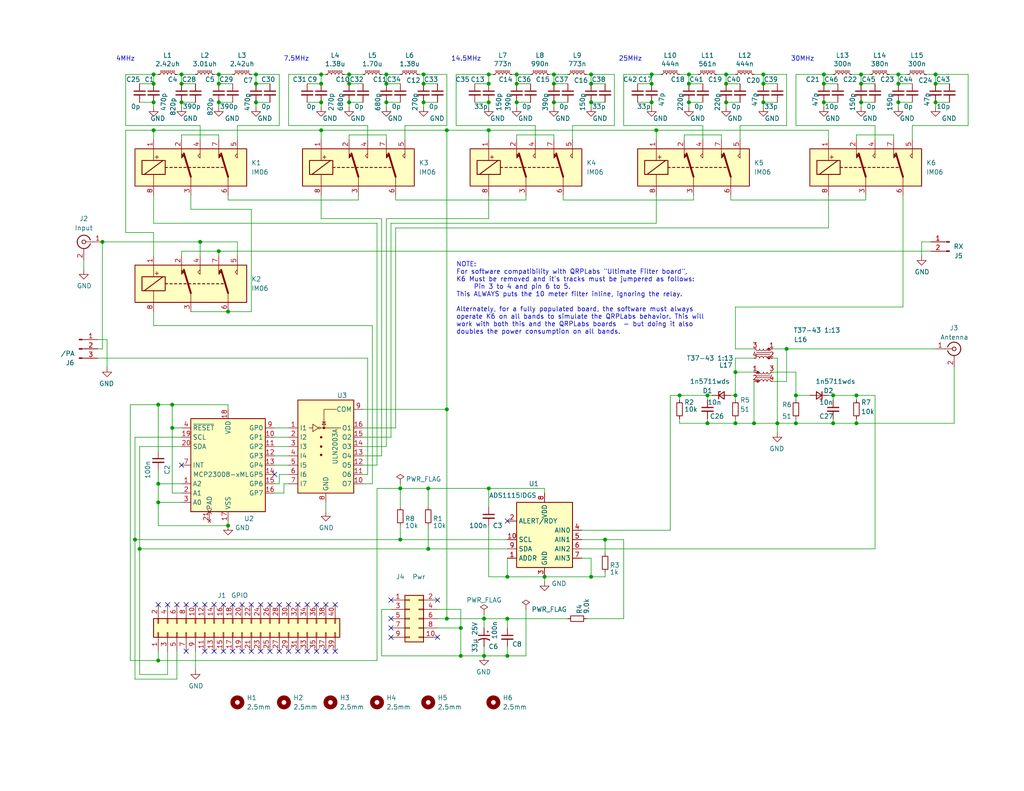
<source format=kicad_sch>
(kicad_sch (version 20230121) (generator eeschema)
  (paper "USLetter")
  (title_block (title "Low Pass Filter LP2") (date "2024-04-11") (rev "1.0") (company "©2024 Mario P. Vano Low Pass Filter Board LP2 ver 1.0"))
  (junction (at 233.68 115.57))
  (junction (at 59.69 20.32))
  (junction (at 116.84 149.86))
  (junction (at 115.57 27.94))
  (junction (at 125.73 171.45))
  (junction (at 138.43 179.07))
  (junction (at 121.92 35.56))
  (junction (at 133.35 133.35))
  (junction (at 255.27 27.94))
  (junction (at 151.13 22.86))
  (junction (at 140.97 20.32))
  (junction (at 217.17 115.57))
  (junction (at 227.33 107.95))
  (junction (at 95.25 22.86))
  (junction (at 255.27 22.86))
  (junction (at 105.41 20.32))
  (junction (at 38.1 149.86))
  (junction (at 43.18 137.16))
  (junction (at 116.84 133.35))
  (junction (at 133.35 35.56))
  (junction (at 43.18 180.34))
  (junction (at 95.25 20.32))
  (junction (at 187.96 27.94))
  (junction (at 200.66 101.6))
  (junction (at 140.97 22.86))
  (junction (at 62.23 143.51))
  (junction (at 121.92 111.76))
  (junction (at 205.74 115.57))
  (junction (at 245.11 20.32))
  (junction (at 200.66 107.95))
  (junction (at 224.79 27.94))
  (junction (at 133.35 22.86))
  (junction (at 62.23 85.09))
  (junction (at 208.28 20.32))
  (junction (at 161.29 20.32))
  (junction (at 185.42 107.95))
  (junction (at 109.22 147.32))
  (junction (at 234.95 27.94))
  (junction (at 132.08 179.07))
  (junction (at 105.41 27.94))
  (junction (at 49.53 20.32))
  (junction (at 69.85 22.86))
  (junction (at 138.43 168.91))
  (junction (at 125.73 179.07))
  (junction (at 187.96 22.86))
  (junction (at 234.95 22.86))
  (junction (at 161.29 27.94))
  (junction (at 208.28 22.86))
  (junction (at 46.99 110.49))
  (junction (at 161.29 22.86))
  (junction (at 54.61 66.04))
  (junction (at 87.63 35.56))
  (junction (at 138.43 157.48))
  (junction (at 193.04 107.95))
  (junction (at 49.53 27.94))
  (junction (at 212.09 115.57))
  (junction (at 255.27 20.32))
  (junction (at 161.29 157.48))
  (junction (at 41.91 27.94))
  (junction (at 151.13 20.32))
  (junction (at 115.57 22.86))
  (junction (at 224.79 22.86))
  (junction (at 43.18 132.08))
  (junction (at 95.25 27.94))
  (junction (at 227.33 115.57))
  (junction (at 233.68 107.95))
  (junction (at 41.91 22.86))
  (junction (at 179.07 35.56))
  (junction (at 198.12 27.94))
  (junction (at 41.91 20.32))
  (junction (at 140.97 27.94))
  (junction (at 245.11 22.86))
  (junction (at 87.63 27.94))
  (junction (at 27.94 66.04))
  (junction (at 224.79 20.32))
  (junction (at 41.91 35.56))
  (junction (at 214.63 95.25))
  (junction (at 132.08 168.91))
  (junction (at 165.1 147.32))
  (junction (at 177.8 22.86))
  (junction (at 217.17 107.95))
  (junction (at 87.63 20.32))
  (junction (at 208.28 27.94))
  (junction (at 105.41 22.86))
  (junction (at 121.92 168.91))
  (junction (at 177.8 27.94))
  (junction (at 133.35 27.94))
  (junction (at 148.59 157.48))
  (junction (at 177.8 20.32))
  (junction (at 245.11 27.94))
  (junction (at 200.66 115.57))
  (junction (at 133.35 20.32))
  (junction (at 59.69 68.58))
  (junction (at 198.12 20.32))
  (junction (at 59.69 22.86))
  (junction (at 49.53 22.86))
  (junction (at 234.95 20.32))
  (junction (at 187.96 20.32))
  (junction (at 198.12 22.86))
  (junction (at 69.85 27.94))
  (junction (at 36.83 147.32))
  (junction (at 59.69 27.94))
  (junction (at 43.18 110.49))
  (junction (at 109.22 133.35))
  (junction (at 193.04 115.57))
  (junction (at 151.13 27.94))
  (junction (at 115.57 20.32))
  (junction (at 87.63 22.86))
  (junction (at 46.99 116.84))
  (junction (at 69.85 20.32))
  (no_connect (at 78.74 177.8))
  (no_connect (at 63.5 177.8))
  (no_connect (at 106.68 173.99))
  (no_connect (at 88.9 177.8))
  (no_connect (at 63.5 165.1))
  (no_connect (at 86.36 165.1))
  (no_connect (at 43.18 165.1))
  (no_connect (at 91.44 165.1))
  (no_connect (at 55.88 177.8))
  (no_connect (at 106.68 168.91))
  (no_connect (at 50.8 177.8))
  (no_connect (at 106.68 171.45))
  (no_connect (at 53.34 165.1))
  (no_connect (at 73.66 177.8))
  (no_connect (at 73.66 165.1))
  (no_connect (at 68.58 165.1))
  (no_connect (at 71.12 177.8))
  (no_connect (at 83.82 177.8))
  (no_connect (at 81.28 165.1))
  (no_connect (at 138.43 142.24))
  (no_connect (at 119.38 173.99))
  (no_connect (at 86.36 177.8))
  (no_connect (at 68.58 177.8))
  (no_connect (at 58.42 177.8))
  (no_connect (at 48.26 165.1))
  (no_connect (at 55.88 165.1))
  (no_connect (at 71.12 165.1))
  (no_connect (at 50.8 165.1))
  (no_connect (at 106.68 163.83))
  (no_connect (at 49.53 127))
  (no_connect (at 83.82 165.1))
  (no_connect (at 91.44 177.8))
  (no_connect (at 58.42 165.1))
  (no_connect (at 60.96 165.1))
  (no_connect (at 119.38 163.83))
  (no_connect (at 74.93 129.54))
  (no_connect (at 78.74 165.1))
  (no_connect (at 45.72 165.1))
  (no_connect (at 76.2 165.1))
  (no_connect (at 76.2 177.8))
  (no_connect (at 88.9 165.1))
  (no_connect (at 60.96 177.8))
  (no_connect (at 66.04 165.1))
  (no_connect (at 66.04 177.8))
  (no_connect (at 81.28 177.8))
  (wire (pts (xy 140.97 20.32) (xy 144.78 20.32)))
  (wire (pts (xy 140.97 38.1) (xy 140.97 36.83)))
  (wire (pts (xy 255.27 27.94) (xy 255.27 29.21)))
  (wire (pts (xy 234.95 22.86) (xy 234.95 20.32)))
  (wire (pts (xy 59.69 36.83) (xy 59.69 38.1)))
  (wire (pts (xy 35.56 180.34) (xy 43.18 180.34)))
  (wire (pts (xy 143.51 54.61) (xy 143.51 53.34)))
  (wire (pts (xy 233.68 115.57) (xy 260.35 115.57)))
  (wire (pts (xy 177.8 22.86) (xy 173.99 22.86)))
  (wire (pts (xy 34.29 34.29) (xy 34.29 20.32)))
  (wire (pts (xy 119.38 166.37) (xy 125.73 166.37)))
  (wire (pts (xy 140.97 22.86) (xy 140.97 20.32)))
  (wire (pts (xy 193.04 107.95) (xy 194.31 107.95)))
  (wire (pts (xy 38.1 121.92) (xy 49.53 121.92)))
  (wire (pts (xy 200.66 101.6) (xy 200.66 107.95)))
  (wire (pts (xy 38.1 121.92) (xy 38.1 149.86)))
  (wire (pts (xy 189.23 54.61) (xy 189.23 53.34)))
  (wire (pts (xy 182.88 107.95) (xy 182.88 144.78)))
  (wire (pts (xy 105.41 20.32) (xy 104.14 20.32)))
  (wire (pts (xy 102.87 133.35) (xy 102.87 180.34)))
  (wire (pts (xy 46.99 110.49) (xy 46.99 116.84)))
  (wire (pts (xy 121.92 20.32) (xy 121.92 34.29)))
  (wire (pts (xy 104.14 59.69) (xy 104.14 124.46)))
  (wire (pts (xy 49.53 29.21) (xy 49.53 27.94)))
  (wire (pts (xy 36.83 119.38) (xy 36.83 147.32)))
  (wire (pts (xy 133.35 59.69) (xy 105.41 59.69)))
  (wire (pts (xy 74.93 134.62) (xy 77.47 134.62)))
  (wire (pts (xy 121.92 168.91) (xy 132.08 168.91)))
  (wire (pts (xy 254 66.04) (xy 251.46 66.04)))
  (wire (pts (xy 210.82 97.79) (xy 212.09 97.79)))
  (wire (pts (xy 198.12 20.32) (xy 195.58 20.32)))
  (wire (pts (xy 151.13 22.86) (xy 151.13 20.32)))
  (wire (pts (xy 187.96 29.21) (xy 187.96 27.94)))
  (wire (pts (xy 210.82 101.6) (xy 217.17 101.6)))
  (wire (pts (xy 59.69 68.58) (xy 254 68.58)))
  (wire (pts (xy 170.18 20.32) (xy 177.8 20.32)))
  (wire (pts (xy 245.11 20.32) (xy 242.57 20.32)))
  (wire (pts (xy 208.28 20.32) (xy 205.74 20.32)))
  (wire (pts (xy 116.84 133.35) (xy 116.84 138.43)))
  (wire (pts (xy 46.99 110.49) (xy 62.23 110.49)))
  (wire (pts (xy 167.64 20.32) (xy 167.64 34.29)))
  (wire (pts (xy 26.67 92.71) (xy 29.21 92.71)))
  (wire (pts (xy 95.25 20.32) (xy 99.06 20.32)))
  (wire (pts (xy 124.46 20.32) (xy 133.35 20.32)))
  (wire (pts (xy 180.34 20.32) (xy 177.8 20.32)))
  (wire (pts (xy 35.56 110.49) (xy 43.18 110.49)))
  (wire (pts (xy 116.84 143.51) (xy 116.84 149.86)))
  (wire (pts (xy 41.91 29.21) (xy 41.91 27.94)))
  (wire (pts (xy 38.1 27.94) (xy 41.91 27.94)))
  (wire (pts (xy 59.69 68.58) (xy 59.69 69.85)))
  (wire (pts (xy 110.49 34.29) (xy 110.49 38.1)))
  (wire (pts (xy 236.22 54.61) (xy 236.22 53.34)))
  (wire (pts (xy 227.33 107.95) (xy 233.68 107.95)))
  (wire (pts (xy 104.14 124.46) (xy 99.06 124.46)))
  (wire (pts (xy 140.97 36.83) (xy 151.13 36.83)))
  (wire (pts (xy 146.05 38.1) (xy 146.05 34.29)))
  (wire (pts (xy 49.53 22.86) (xy 53.34 22.86)))
  (wire (pts (xy 49.53 68.58) (xy 59.69 68.58)))
  (wire (pts (xy 214.63 95.25) (xy 214.63 104.14)))
  (wire (pts (xy 187.96 20.32) (xy 187.96 22.86)))
  (wire (pts (xy 41.91 60.96) (xy 102.87 60.96)))
  (wire (pts (xy 182.88 107.95) (xy 185.42 107.95)))
  (wire (pts (xy 151.13 20.32) (xy 149.86 20.32)))
  (wire (pts (xy 78.74 121.92) (xy 74.93 121.92)))
  (wire (pts (xy 179.07 35.56) (xy 226.06 35.56)))
  (wire (pts (xy 34.29 63.5) (xy 41.91 63.5)))
  (wire (pts (xy 224.79 22.86) (xy 224.79 20.32)))
  (wire (pts (xy 199.39 53.34) (xy 199.39 54.61)))
  (wire (pts (xy 133.35 138.43) (xy 133.35 133.35)))
  (wire (pts (xy 99.06 116.84) (xy 107.95 116.84)))
  (wire (pts (xy 245.11 27.94) (xy 248.92 27.94)))
  (wire (pts (xy 151.13 20.32) (xy 154.94 20.32)))
  (wire (pts (xy 227.33 20.32) (xy 224.79 20.32)))
  (wire (pts (xy 46.99 134.62) (xy 46.99 116.84)))
  (wire (pts (xy 124.46 34.29) (xy 124.46 20.32)))
  (wire (pts (xy 29.21 92.71) (xy 29.21 100.33)))
  (wire (pts (xy 74.93 132.08) (xy 76.2 132.08)))
  (wire (pts (xy 177.8 27.94) (xy 173.99 27.94)))
  (wire (pts (xy 100.33 97.79) (xy 100.33 129.54)))
  (wire (pts (xy 78.74 124.46) (xy 74.93 124.46)))
  (wire (pts (xy 146.05 34.29) (xy 124.46 34.29)))
  (wire (pts (xy 99.06 127) (xy 102.87 127)))
  (wire (pts (xy 133.35 27.94) (xy 129.54 27.94)))
  (wire (pts (xy 99.06 111.76) (xy 121.92 111.76)))
  (wire (pts (xy 158.75 149.86) (xy 238.76 149.86)))
  (wire (pts (xy 264.16 20.32) (xy 264.16 34.29)))
  (wire (pts (xy 78.74 34.29) (xy 78.74 20.32)))
  (wire (pts (xy 107.95 54.61) (xy 143.51 54.61)))
  (wire (pts (xy 121.92 35.56) (xy 121.92 111.76)))
  (wire (pts (xy 35.56 110.49) (xy 35.56 180.34)))
  (wire (pts (xy 217.17 107.95) (xy 220.98 107.95)))
  (wire (pts (xy 59.69 22.86) (xy 63.5 22.86)))
  (wire (pts (xy 238.76 107.95) (xy 233.68 107.95)))
  (wire (pts (xy 107.95 53.34) (xy 107.95 54.61)))
  (wire (pts (xy 187.96 27.94) (xy 191.77 27.94)))
  (wire (pts (xy 227.33 115.57) (xy 233.68 115.57)))
  (wire (pts (xy 226.06 35.56) (xy 226.06 38.1)))
  (wire (pts (xy 133.35 22.86) (xy 133.35 20.32)))
  (wire (pts (xy 196.85 36.83) (xy 196.85 38.1)))
  (wire (pts (xy 105.41 27.94) (xy 109.22 27.94)))
  (wire (pts (xy 59.69 27.94) (xy 63.5 27.94)))
  (wire (pts (xy 53.34 177.8) (xy 53.34 182.88)))
  (wire (pts (xy 107.95 62.23) (xy 107.95 116.84)))
  (wire (pts (xy 116.84 133.35) (xy 109.22 133.35)))
  (wire (pts (xy 243.84 36.83) (xy 243.84 38.1)))
  (wire (pts (xy 69.85 20.32) (xy 68.58 20.32)))
  (wire (pts (xy 121.92 168.91) (xy 121.92 111.76)))
  (wire (pts (xy 210.82 95.25) (xy 214.63 95.25)))
  (wire (pts (xy 193.04 114.3) (xy 193.04 115.57)))
  (wire (pts (xy 245.11 22.86) (xy 245.11 20.32)))
  (wire (pts (xy 208.28 20.32) (xy 208.28 22.86)))
  (wire (pts (xy 64.77 34.29) (xy 64.77 38.1)))
  (wire (pts (xy 43.18 137.16) (xy 49.53 137.16)))
  (wire (pts (xy 76.2 129.54) (xy 78.74 129.54)))
  (wire (pts (xy 151.13 36.83) (xy 151.13 38.1)))
  (wire (pts (xy 153.67 53.34) (xy 153.67 54.61)))
  (wire (pts (xy 22.86 71.12) (xy 22.86 73.66)))
  (wire (pts (xy 132.08 168.91) (xy 132.08 171.45)))
  (wire (pts (xy 109.22 133.35) (xy 109.22 138.43)))
  (wire (pts (xy 100.33 38.1) (xy 100.33 34.29)))
  (wire (pts (xy 248.92 34.29) (xy 248.92 38.1)))
  (wire (pts (xy 87.63 29.21) (xy 87.63 27.94)))
  (wire (pts (xy 217.17 101.6) (xy 217.17 107.95)))
  (wire (pts (xy 238.76 107.95) (xy 238.76 149.86)))
  (wire (pts (xy 100.33 34.29) (xy 78.74 34.29)))
  (wire (pts (xy 27.94 95.25) (xy 26.67 95.25)))
  (wire (pts (xy 132.08 167.64) (xy 132.08 168.91)))
  (wire (pts (xy 115.57 20.32) (xy 114.3 20.32)))
  (wire (pts (xy 95.25 22.86) (xy 95.25 20.32)))
  (wire (pts (xy 132.08 176.53) (xy 132.08 179.07)))
  (wire (pts (xy 105.41 36.83) (xy 105.41 38.1)))
  (wire (pts (xy 115.57 29.21) (xy 115.57 27.94)))
  (wire (pts (xy 69.85 22.86) (xy 73.66 22.86)))
  (wire (pts (xy 151.13 29.21) (xy 151.13 27.94)))
  (wire (pts (xy 41.91 22.86) (xy 41.91 20.32)))
  (wire (pts (xy 246.38 83.82) (xy 246.38 53.34)))
  (wire (pts (xy 191.77 38.1) (xy 191.77 34.29)))
  (wire (pts (xy 105.41 29.21) (xy 105.41 27.94)))
  (wire (pts (xy 41.91 85.09) (xy 41.91 88.9)))
  (wire (pts (xy 133.35 133.35) (xy 148.59 133.35)))
  (wire (pts (xy 226.06 62.23) (xy 107.95 62.23)))
  (wire (pts (xy 205.74 97.79) (xy 200.66 97.79)))
  (wire (pts (xy 237.49 20.32) (xy 234.95 20.32)))
  (wire (pts (xy 208.28 22.86) (xy 212.09 22.86)))
  (wire (pts (xy 76.2 132.08) (xy 76.2 129.54)))
  (wire (pts (xy 217.17 114.3) (xy 217.17 115.57)))
  (wire (pts (xy 158.75 152.4) (xy 161.29 152.4)))
  (wire (pts (xy 191.77 34.29) (xy 170.18 34.29)))
  (wire (pts (xy 138.43 152.4) (xy 138.43 157.48)))
  (wire (pts (xy 187.96 22.86) (xy 191.77 22.86)))
  (wire (pts (xy 104.14 166.37) (xy 106.68 166.37)))
  (wire (pts (xy 140.97 22.86) (xy 144.78 22.86)))
  (wire (pts (xy 102.87 180.34) (xy 43.18 180.34)))
  (wire (pts (xy 119.38 171.45) (xy 125.73 171.45)))
  (wire (pts (xy 133.35 29.21) (xy 133.35 27.94)))
  (wire (pts (xy 69.85 22.86) (xy 69.85 20.32)))
  (wire (pts (xy 185.42 114.3) (xy 185.42 115.57)))
  (wire (pts (xy 233.68 36.83) (xy 243.84 36.83)))
  (wire (pts (xy 233.68 38.1) (xy 233.68 36.83)))
  (wire (pts (xy 200.66 83.82) (xy 200.66 95.25)))
  (wire (pts (xy 105.41 121.92) (xy 99.06 121.92)))
  (wire (pts (xy 49.53 38.1) (xy 49.53 36.83)))
  (wire (pts (xy 227.33 114.3) (xy 227.33 115.57)))
  (wire (pts (xy 49.53 36.83) (xy 59.69 36.83)))
  (wire (pts (xy 156.21 34.29) (xy 156.21 38.1)))
  (wire (pts (xy 179.07 35.56) (xy 179.07 38.1)))
  (wire (pts (xy 45.72 177.8) (xy 45.72 184.15)))
  (wire (pts (xy 95.25 22.86) (xy 99.06 22.86)))
  (wire (pts (xy 133.35 35.56) (xy 179.07 35.56)))
  (wire (pts (xy 143.51 179.07) (xy 138.43 179.07)))
  (wire (pts (xy 245.11 22.86) (xy 248.92 22.86)))
  (wire (pts (xy 87.63 22.86) (xy 87.63 20.32)))
  (wire (pts (xy 49.53 132.08) (xy 43.18 132.08)))
  (wire (pts (xy 27.94 66.04) (xy 27.94 95.25)))
  (wire (pts (xy 198.12 27.94) (xy 201.93 27.94)))
  (wire (pts (xy 109.22 147.32) (xy 36.83 147.32)))
  (wire (pts (xy 217.17 34.29) (xy 217.17 20.32)))
  (wire (pts (xy 143.51 166.37) (xy 143.51 179.07)))
  (wire (pts (xy 255.27 22.86) (xy 259.08 22.86)))
  (wire (pts (xy 41.91 63.5) (xy 41.91 69.85)))
  (wire (pts (xy 48.26 185.42) (xy 48.26 177.8)))
  (wire (pts (xy 233.68 109.22) (xy 233.68 107.95)))
  (wire (pts (xy 54.61 66.04) (xy 54.61 69.85)))
  (wire (pts (xy 54.61 66.04) (xy 64.77 66.04)))
  (wire (pts (xy 212.09 115.57) (xy 212.09 118.11)))
  (wire (pts (xy 247.65 20.32) (xy 245.11 20.32)))
  (wire (pts (xy 255.27 27.94) (xy 259.08 27.94)))
  (wire (pts (xy 138.43 176.53) (xy 138.43 179.07)))
  (wire (pts (xy 125.73 171.45) (xy 125.73 166.37)))
  (wire (pts (xy 34.29 35.56) (xy 34.29 63.5)))
  (wire (pts (xy 161.29 152.4) (xy 161.29 157.48)))
  (wire (pts (xy 78.74 116.84) (xy 74.93 116.84)))
  (wire (pts (xy 46.99 110.49) (xy 43.18 110.49)))
  (wire (pts (xy 64.77 66.04) (xy 64.77 69.85)))
  (wire (pts (xy 78.74 20.32) (xy 87.63 20.32)))
  (wire (pts (xy 255.27 22.86) (xy 255.27 20.32)))
  (wire (pts (xy 52.07 53.34) (xy 52.07 57.15)))
  (wire (pts (xy 138.43 147.32) (xy 109.22 147.32)))
  (wire (pts (xy 186.69 36.83) (xy 196.85 36.83)))
  (wire (pts (xy 170.18 147.32) (xy 170.18 168.91)))
  (wire (pts (xy 190.5 20.32) (xy 187.96 20.32)))
  (wire (pts (xy 62.23 111.76) (xy 62.23 110.49)))
  (wire (pts (xy 185.42 107.95) (xy 193.04 107.95)))
  (wire (pts (xy 62.23 54.61) (xy 97.79 54.61)))
  (wire (pts (xy 77.47 134.62) (xy 77.47 132.08)))
  (wire (pts (xy 208.28 20.32) (xy 214.63 20.32)))
  (wire (pts (xy 199.39 107.95) (xy 200.66 107.95)))
  (wire (pts (xy 95.25 38.1) (xy 95.25 36.83)))
  (wire (pts (xy 198.12 22.86) (xy 201.93 22.86)))
  (wire (pts (xy 234.95 22.86) (xy 238.76 22.86)))
  (wire (pts (xy 43.18 20.32) (xy 41.91 20.32)))
  (wire (pts (xy 49.53 20.32) (xy 48.26 20.32)))
  (wire (pts (xy 170.18 168.91) (xy 160.02 168.91)))
  (wire (pts (xy 234.95 27.94) (xy 238.76 27.94)))
  (wire (pts (xy 255.27 20.32) (xy 252.73 20.32)))
  (wire (pts (xy 177.8 29.21) (xy 177.8 27.94)))
  (wire (pts (xy 148.59 157.48) (xy 148.59 158.75)))
  (wire (pts (xy 200.66 114.3) (xy 200.66 115.57)))
  (wire (pts (xy 238.76 34.29) (xy 217.17 34.29)))
  (wire (pts (xy 214.63 20.32) (xy 214.63 34.29)))
  (wire (pts (xy 88.9 20.32) (xy 87.63 20.32)))
  (wire (pts (xy 133.35 133.35) (xy 116.84 133.35)))
  (wire (pts (xy 34.29 20.32) (xy 41.91 20.32)))
  (wire (pts (xy 140.97 29.21) (xy 140.97 27.94)))
  (wire (pts (xy 200.66 101.6) (xy 205.74 101.6)))
  (wire (pts (xy 161.29 157.48) (xy 165.1 157.48)))
  (wire (pts (xy 109.22 132.08) (xy 109.22 133.35)))
  (wire (pts (xy 125.73 179.07) (xy 104.14 179.07)))
  (wire (pts (xy 41.91 35.56) (xy 34.29 35.56)))
  (wire (pts (xy 125.73 171.45) (xy 125.73 179.07)))
  (wire (pts (xy 212.09 97.79) (xy 212.09 115.57)))
  (wire (pts (xy 177.8 20.32) (xy 177.8 22.86)))
  (wire (pts (xy 95.25 29.21) (xy 95.25 27.94)))
  (wire (pts (xy 161.29 22.86) (xy 161.29 20.32)))
  (wire (pts (xy 125.73 179.07) (xy 132.08 179.07)))
  (wire (pts (xy 87.63 59.69) (xy 104.14 59.69)))
  (wire (pts (xy 115.57 22.86) (xy 115.57 20.32)))
  (wire (pts (xy 208.28 29.21) (xy 208.28 27.94)))
  (wire (pts (xy 200.66 107.95) (xy 200.66 109.22)))
  (wire (pts (xy 140.97 27.94) (xy 144.78 27.94)))
  (wire (pts (xy 53.34 20.32) (xy 49.53 20.32)))
  (wire (pts (xy 59.69 22.86) (xy 59.69 20.32)))
  (wire (pts (xy 245.11 27.94) (xy 245.11 29.21)))
  (wire (pts (xy 63.5 20.32) (xy 59.69 20.32)))
  (wire (pts (xy 54.61 34.29) (xy 34.29 34.29)))
  (wire (pts (xy 109.22 143.51) (xy 109.22 147.32)))
  (wire (pts (xy 76.2 20.32) (xy 76.2 34.29)))
  (wire (pts (xy 151.13 27.94) (xy 154.94 27.94)))
  (wire (pts (xy 27.94 66.04) (xy 54.61 66.04)))
  (wire (pts (xy 133.35 22.86) (xy 129.54 22.86)))
  (wire (pts (xy 224.79 27.94) (xy 224.79 29.21)))
  (wire (pts (xy 205.74 104.14) (xy 205.74 115.57)))
  (wire (pts (xy 134.62 20.32) (xy 133.35 20.32)))
  (wire (pts (xy 76.2 34.29) (xy 64.77 34.29)))
  (wire (pts (xy 226.06 53.34) (xy 226.06 62.23)))
  (wire (pts (xy 38.1 149.86) (xy 116.84 149.86)))
  (wire (pts (xy 101.6 132.08) (xy 99.06 132.08)))
  (wire (pts (xy 193.04 115.57) (xy 200.66 115.57)))
  (wire (pts (xy 238.76 38.1) (xy 238.76 34.29)))
  (wire (pts (xy 161.29 27.94) (xy 165.1 27.94)))
  (wire (pts (xy 52.07 85.09) (xy 62.23 85.09)))
  (wire (pts (xy 59.69 29.21) (xy 59.69 27.94)))
  (wire (pts (xy 170.18 34.29) (xy 170.18 20.32)))
  (wire (pts (xy 87.63 35.56) (xy 121.92 35.56)))
  (wire (pts (xy 59.69 20.32) (xy 58.42 20.32)))
  (wire (pts (xy 200.66 115.57) (xy 205.74 115.57)))
  (wire (pts (xy 68.58 85.09) (xy 62.23 85.09)))
  (wire (pts (xy 148.59 133.35) (xy 148.59 134.62)))
  (wire (pts (xy 200.66 97.79) (xy 200.66 101.6)))
  (wire (pts (xy 49.53 22.86) (xy 49.53 20.32)))
  (wire (pts (xy 161.29 22.86) (xy 165.1 22.86)))
  (wire (pts (xy 186.69 38.1) (xy 186.69 36.83)))
  (wire (pts (xy 115.57 22.86) (xy 119.38 22.86)))
  (wire (pts (xy 185.42 115.57) (xy 193.04 115.57)))
  (wire (pts (xy 153.67 54.61) (xy 189.23 54.61)))
  (wire (pts (xy 179.07 60.96) (xy 106.68 60.96)))
  (wire (pts (xy 226.06 107.95) (xy 227.33 107.95)))
  (wire (pts (xy 36.83 147.32) (xy 36.83 185.42)))
  (wire (pts (xy 78.74 119.38) (xy 74.93 119.38)))
  (wire (pts (xy 198.12 20.32) (xy 198.12 22.86)))
  (wire (pts (xy 158.75 144.78) (xy 182.88 144.78)))
  (wire (pts (xy 62.23 53.34) (xy 62.23 54.61)))
  (wire (pts (xy 88.9 139.7) (xy 88.9 137.16)))
  (wire (pts (xy 115.57 27.94) (xy 119.38 27.94)))
  (wire (pts (xy 217.17 115.57) (xy 227.33 115.57)))
  (wire (pts (xy 43.18 180.34) (xy 43.18 177.8)))
  (wire (pts (xy 49.53 68.58) (xy 49.53 69.85)))
  (wire (pts (xy 97.79 53.34) (xy 97.79 54.61)))
  (wire (pts (xy 140.97 20.32) (xy 139.7 20.32)))
  (wire (pts (xy 158.75 147.32) (xy 165.1 147.32)))
  (wire (pts (xy 105.41 22.86) (xy 109.22 22.86)))
  (wire (pts (xy 165.1 156.21) (xy 165.1 157.48)))
  (wire (pts (xy 105.41 22.86) (xy 105.41 20.32)))
  (wire (pts (xy 74.93 127) (xy 78.74 127)))
  (wire (pts (xy 133.35 157.48) (xy 138.43 157.48)))
  (wire (pts (xy 200.66 95.25) (xy 205.74 95.25)))
  (wire (pts (xy 41.91 38.1) (xy 41.91 35.56)))
  (wire (pts (xy 148.59 157.48) (xy 161.29 157.48)))
  (wire (pts (xy 151.13 22.86) (xy 154.94 22.86)))
  (wire (pts (xy 234.95 27.94) (xy 234.95 29.21)))
  (wire (pts (xy 260.35 115.57) (xy 260.35 100.33)))
  (wire (pts (xy 62.23 143.51) (xy 62.23 142.24)))
  (wire (pts (xy 198.12 29.21) (xy 198.12 27.94)))
  (wire (pts (xy 95.25 36.83) (xy 105.41 36.83)))
  (wire (pts (xy 38.1 149.86) (xy 38.1 184.15)))
  (wire (pts (xy 210.82 104.14) (xy 214.63 104.14)))
  (wire (pts (xy 199.39 54.61) (xy 236.22 54.61)))
  (wire (pts (xy 234.95 20.32) (xy 232.41 20.32)))
  (wire (pts (xy 106.68 119.38) (xy 99.06 119.38)))
  (wire (pts (xy 41.91 35.56) (xy 87.63 35.56)))
  (wire (pts (xy 132.08 168.91) (xy 138.43 168.91)))
  (wire (pts (xy 205.74 115.57) (xy 212.09 115.57)))
  (wire (pts (xy 233.68 114.3) (xy 233.68 115.57)))
  (wire (pts (xy 133.35 143.51) (xy 133.35 157.48)))
  (wire (pts (xy 43.18 132.08) (xy 43.18 128.27)))
  (wire (pts (xy 214.63 95.25) (xy 255.27 95.25)))
  (wire (pts (xy 109.22 133.35) (xy 102.87 133.35)))
  (wire (pts (xy 193.04 109.22) (xy 193.04 107.95)))
  (wire (pts (xy 133.35 53.34) (xy 133.35 59.69)))
  (wire (pts (xy 77.47 132.08) (xy 78.74 132.08)))
  (wire (pts (xy 38.1 22.86) (xy 41.91 22.86)))
  (wire (pts (xy 201.93 34.29) (xy 201.93 38.1)))
  (wire (pts (xy 49.53 119.38) (xy 36.83 119.38)))
  (wire (pts (xy 255.27 20.32) (xy 264.16 20.32)))
  (wire (pts (xy 214.63 34.29) (xy 201.93 34.29)))
  (wire (pts (xy 133.35 35.56) (xy 133.35 38.1)))
  (wire (pts (xy 212.09 115.57) (xy 217.17 115.57)))
  (wire (pts (xy 87.63 22.86) (xy 83.82 22.86)))
  (wire (pts (xy 105.41 20.32) (xy 109.22 20.32)))
  (wire (pts (xy 121.92 34.29) (xy 110.49 34.29)))
  (wire (pts (xy 100.33 129.54) (xy 99.06 129.54)))
  (wire (pts (xy 68.58 57.15) (xy 68.58 85.09)))
  (wire (pts (xy 87.63 35.56) (xy 87.63 38.1)))
  (wire (pts (xy 165.1 147.32) (xy 170.18 147.32)))
  (wire (pts (xy 185.42 107.95) (xy 185.42 109.22)))
  (wire (pts (xy 167.64 34.29) (xy 156.21 34.29)))
  (wire (pts (xy 138.43 168.91) (xy 138.43 171.45)))
  (wire (pts (xy 49.53 27.94) (xy 53.34 27.94)))
  (wire (pts (xy 49.53 134.62) (xy 46.99 134.62)))
  (wire (pts (xy 105.41 59.69) (xy 105.41 121.92)))
  (wire (pts (xy 36.83 185.42) (xy 48.26 185.42)))
  (wire (pts (xy 95.25 27.94) (xy 99.06 27.94)))
  (wire (pts (xy 41.91 88.9) (xy 101.6 88.9)))
  (wire (pts (xy 26.67 97.79) (xy 100.33 97.79)))
  (wire (pts (xy 38.1 184.15) (xy 45.72 184.15)))
  (wire (pts (xy 251.46 66.04) (xy 251.46 69.85)))
  (wire (pts (xy 224.79 27.94) (xy 228.6 27.94)))
  (wire (pts (xy 200.66 83.82) (xy 246.38 83.82)))
  (wire (pts (xy 46.99 116.84) (xy 49.53 116.84)))
  (wire (pts (xy 69.85 27.94) (xy 73.66 27.94)))
  (wire (pts (xy 224.79 22.86) (xy 228.6 22.86)))
  (wire (pts (xy 200.66 20.32) (xy 198.12 20.32)))
  (wire (pts (xy 161.29 20.32) (xy 160.02 20.32)))
  (wire (pts (xy 54.61 38.1) (xy 54.61 34.29)))
  (wire (pts (xy 62.23 143.51) (xy 43.18 143.51)))
  (wire (pts (xy 187.96 20.32) (xy 185.42 20.32)))
  (wire (pts (xy 43.18 137.16) (xy 43.18 143.51)))
  (wire (pts (xy 87.63 27.94) (xy 83.82 27.94)))
  (wire (pts (xy 68.58 57.15) (xy 52.07 57.15)))
  (wire (pts (xy 106.68 60.96) (xy 106.68 119.38)))
  (wire (pts (xy 115.57 20.32) (xy 121.92 20.32)))
  (wire (pts (xy 161.29 29.21) (xy 161.29 27.94)))
  (wire (pts (xy 87.63 53.34) (xy 87.63 59.69)))
  (wire (pts (xy 217.17 107.95) (xy 217.17 109.22)))
  (wire (pts (xy 179.07 53.34) (xy 179.07 60.96)))
  (wire (pts (xy 165.1 147.32) (xy 165.1 151.13)))
  (wire (pts (xy 104.14 179.07) (xy 104.14 166.37)))
  (wire (pts (xy 227.33 109.22) (xy 227.33 107.95)))
  (wire (pts (xy 121.92 35.56) (xy 133.35 35.56)))
  (wire (pts (xy 138.43 168.91) (xy 154.94 168.91)))
  (wire (pts (xy 101.6 88.9) (xy 101.6 132.08)))
  (wire (pts (xy 264.16 34.29) (xy 248.92 34.29)))
  (wire (pts (xy 217.17 20.32) (xy 224.79 20.32)))
  (wire (pts (xy 43.18 132.08) (xy 43.18 137.16)))
  (wire (pts (xy 132.08 179.07) (xy 138.43 179.07)))
  (wire (pts (xy 95.25 20.32) (xy 93.98 20.32)))
  (wire (pts (xy 138.43 157.48) (xy 148.59 157.48)))
  (wire (pts (xy 102.87 60.96) (xy 102.87 127)))
  (wire (pts (xy 43.18 110.49) (xy 43.18 123.19)))
  (wire (pts (xy 69.85 29.21) (xy 69.85 27.94)))
  (wire (pts (xy 161.29 20.32) (xy 167.64 20.32)))
  (wire (pts (xy 119.38 168.91) (xy 121.92 168.91)))
  (wire (pts (xy 208.28 27.94) (xy 212.09 27.94)))
  (wire (pts (xy 41.91 53.34) (xy 41.91 60.96)))
  (wire (pts (xy 69.85 20.32) (xy 76.2 20.32)))
  (wire (pts (xy 116.84 149.86) (xy 138.43 149.86)))
  (text "30MHz" (at 215.773 16.891 0) (effects (font (size 1.27 1.27)) (justify left bottom)))
  (text "7.5MHz" (at 77.343 16.891 0) (effects (font (size 1.27 1.27)) (justify left bottom)))
  (text "25MHz" (at 168.783 16.891 0) (effects (font (size 1.27 1.27)) (justify left bottom)))
  (text "4MHz" (at 31.623 16.891 0) (effects (font (size 1.27 1.27)) (justify left bottom)))
  (text "14.5MHz" (at 123.063 16.891 0) (effects (font (size 1.27 1.27)) (justify left bottom)))
  (text "NOTE:\nFor software compatibility with QRPLabs \"Ultimate Filter board\",\nK6 Must be removed and it's tracks must be jumpered as follows:\n	Pin 3 to 4 and pin 6 to 5.\nThis ALWAYS puts the 10 meter filter inline, ignoring the relay.\n\nAlternately, for a fully populated board, the software must always\noperate K6 on all bands to simulate the QRPLabs behavior. This will\nwork with both this and the QRPLabs boards  - but doing it also\ndoubles the power consumption on all bands.\n" (at 124.46 91.44 0) (effects (font (size 1.27 1.27)) (justify left bottom)))
  (symbol (lib_id "Connector_Generic:Conn_02x20_Odd_Even") (at 66.04 172.72 90) (unit 1)
    (property "Reference" "J1" (at 60.5282 162.56 90))
    (property "Value" "GPIO" (at 65.3796 162.56 90))
    (property "Footprint" "Connector_PinSocket_2.54mm:PinSocket_2x20_P2.54mm_Vertical" (effects hide))
  )
  (symbol (lib_id "Device:C_Small") (at 140.97 25.4 0) (mirror y) (unit 1)
    (property "Reference" "C14" (at 139.9032 21.6916 0) (effects (justify left)))
    (property "Value" "390p" (at 138.6332 30.353 90) (effects (justify left)))
    (property "Footprint" "Capacitor_SMD:C_1206_3216Metric" (effects hide))
    (property "Datasheet" "https://datasheets.kyocera-avx.com/C0GNP0-KGM.pdf" (effects hide))
    (property "Description" "CAP CER 390PF 200V C0G/NP0 1206" (effects hide))
    (property "DigiKey Part Number" "478-KGM31BCG2D391JTCT-ND" (effects hide))
    (property "Manufacturer_Name" "KYOCERA AVX" (effects hide))
    (property "Manufacturer_Part_Number" "KGM31BCG2D391JT" (effects hide))
  )
  (symbol (lib_id "Device:C_Small") (at 133.35 140.97 0) (mirror y) (unit 1)
    (property "Reference" "C3" (at 135.7884 143.51 0))
    (property "Value" "100n" (at 130.4798 143.51 0))
    (property "Footprint" "Capacitor_SMD:C_0603_1608Metric" (effects hide))
    (property "Datasheet" "https://www.digikey.com/en/models/3886691" (effects hide))
    (property "DigiKey Part Number" "1276-1033-1-ND" (effects hide))
    (property "Manufacturer_Part_Number" "CL10B104JB8NNNC" (effects hide))
    (property "Description" "0.1 µF ±5% 50V Ceramic Capacitor X7R 0603 (1608 Metric)" (effects hide))
    (property "Manufacturer_Name" "Samsung Electro-Mechanics" (effects hide))
  )
  (symbol (lib_id "Device:D_Zener_Small") (at 196.85 107.95 0) (unit 1)
    (property "Reference" "D1" (at 193.04 106.68 0))
    (property "Value" "1n5711wds" (at 193.675 104.14 0))
    (property "Footprint" "Diode_SMD:D_SOD-323" (effects hide))
    (property "Datasheet" "https://www.diodes.com/assets/Datasheets/1N5711WS.pdf" (effects hide))
    (property "DigiKey Part Number" "1N5711WS-FDICT-ND" (effects hide))
    (property "Manufacturer_Name" "Diodes Incorporated" (effects hide))
    (property "Manufacturer_Part_Number" "1N5711WS-7-F" (effects hide))
    (property "Description" "DIODE SCHOTTKY 70V 150MW SOD323" (effects hide))
  )
  (symbol (lib_id "txfilters-rescue:L_Core_Ferrite_Small-Device") (at 101.6 20.32 270) (mirror x) (unit 1)
    (property "Reference" "L5" (at 101.6 15.113 90))
    (property "Value" "1.70u" (at 101.6 17.4244 90))
    (property "Footprint" "Inductor_THT:L_Toroid_Vertical_L14.0mm_W6.3mm_P4.57mm_Pulse_A" (effects hide))
    (property "Datasheet" "https://web.archive.org/web/20100124053352/http://www.gqrp.com/technical2.htm" (effects hide))
    (property "Description" "21 Turns on Micrometals T37-6 28AWG" (effects hide))
  )
  (symbol (lib_id "Device:C_Small") (at 138.43 173.99 0) (unit 1)
    (property "Reference" "C8" (at 141.0716 175.895 0))
    (property "Value" "100n" (at 134.9502 172.085 90))
    (property "Footprint" "Capacitor_SMD:C_0603_1608Metric" (effects hide))
    (property "Datasheet" "https://www.digikey.com/en/models/3886691" (effects hide))
    (property "DigiKey Part Number" "1276-1033-1-ND" (effects hide))
    (property "Manufacturer_Part_Number" "CL10B104JB8NNNC" (effects hide))
    (property "Description" "0.1 µF ±5% 50V Ceramic Capacitor X7R 0603 (1608 Metric)" (effects hide))
    (property "Manufacturer_Name" "Samsung Electro-Mechanics" (effects hide))
  )
  (symbol (lib_id "Device:C_Small") (at 49.53 25.4 0) (mirror y) (unit 1)
    (property "Reference" "C4" (at 48.4632 21.6916 0) (effects (justify left)))
    (property "Value" "820p" (at 47.1932 31.623 90) (effects (justify left)))
    (property "Footprint" "Capacitor_SMD:C_1206_3216Metric" (effects hide))
    (property "Datasheet" "https://datasheets.kyocera-avx.com/C0GNP0-KGM.pdf" (effects hide))
    (property "Description" "CAP CER 820PF 200V C0G/NP0 1206" (effects hide))
    (property "DigiKey Part Number" "478-KGM31VCG2D821JUCT-ND" (effects hide))
    (property "Manufacturer_Name" "KYOCERA AVX" (effects hide))
    (property "Manufacturer_Part_Number" "KGM31VCG2D821JU" (effects hide))
  )
  (symbol (lib_id "Device:C_Small") (at 144.78 25.4 0) (mirror y) (unit 1)
    (property "Reference" "C36" (at 144.9832 21.6916 0) (effects (justify left)))
    (property "Value" "0p" (at 144.9832 29.083 0) (effects (justify left)))
    (property "Footprint" "Capacitor_SMD:C_1206_3216Metric" (effects hide))
    (property "Description" "DNP Place Holder" (effects hide))
  )
  (symbol (lib_id "Device:C_Small") (at 191.77 25.4 0) (mirror y) (unit 1)
    (property "Reference" "C41" (at 191.9732 21.6916 0) (effects (justify left)))
    (property "Value" "0p" (at 191.9732 29.083 0) (effects (justify left)))
    (property "Footprint" "Capacitor_SMD:C_1206_3216Metric" (effects hide))
    (property "Description" "DNP Place Holder" (effects hide))
  )
  (symbol (lib_id "power:GND") (at 59.69 29.21 0) (mirror y) (unit 1)
    (property "Reference" "#PWR05" (effects hide))
    (property "Value" "GND" (at 63.373 32.3342 0))
  )
  (symbol (lib_id "power:GND") (at 87.63 29.21 0) (mirror y) (unit 1)
    (property "Reference" "#PWR010" (effects hide))
    (property "Value" "GND" (at 90.043 32.3342 0))
  )
  (symbol (lib_id "Connector_Generic:Conn_02x05_Odd_Even") (at 111.76 168.91 0) (unit 1)
    (property "Reference" "J4" (at 109.22 157.48 0))
    (property "Value" "Pwr" (at 114.3 157.48 0))
    (property "Footprint" "Connector_PinSocket_2.54mm:PinSocket_2x05_P2.54mm_Vertical" (effects hide))
  )
  (symbol (lib_id "Device:C_Small") (at 53.34 25.4 0) (mirror y) (unit 1)
    (property "Reference" "C28" (at 53.5432 21.6916 0) (effects (justify left)))
    (property "Value" "390p" (at 54.8132 29.083 0) (effects (justify left)))
    (property "Footprint" "Capacitor_SMD:C_1206_3216Metric" (effects hide))
    (property "Datasheet" "https://datasheets.kyocera-avx.com/C0GNP0-KGM.pdf" (effects hide))
    (property "Description" "CAP CER 390PF 200V C0G/NP0 1206" (effects hide))
    (property "DigiKey Part Number" "478-KGM31BCG2D391JTCT-ND" (effects hide))
    (property "Manufacturer_Name" "KYOCERA AVX" (effects hide))
    (property "Manufacturer_Part_Number" "KGM31BCG2D391JT" (effects hide))
  )
  (symbol (lib_id "Device:C_Small") (at 87.63 25.4 0) (mirror y) (unit 1)
    (property "Reference" "C9" (at 86.5632 21.6916 0) (effects (justify left)))
    (property "Value" "270p" (at 90.3732 30.353 90) (effects (justify left)))
    (property "Footprint" "Capacitor_SMD:C_1206_3216Metric" (effects hide))
    (property "Datasheet" "https://datasheets.kyocera-avx.com/C0GNP0-KGM.pdf" (effects hide))
    (property "Description" "CAP CER 270PF 200V C0G/NP0 1206" (effects hide))
    (property "DigiKey Part Number" "478-KGM31BCG2D271JTCT-ND" (effects hide))
    (property "Manufacturer_Name" "KYOCERA AVX" (effects hide))
    (property "Manufacturer_Part_Number" "KGM31BCG2D271JT" (effects hide))
  )
  (symbol (lib_id "txfilters-rescue:L_Core_Ferrite_Small-Device") (at 240.03 20.32 270) (mirror x) (unit 1)
    (property "Reference" "L14" (at 240.03 15.113 90))
    (property "Value" "380n" (at 240.03 17.4244 90))
    (property "Footprint" "Inductor_THT:L_Toroid_Vertical_L14.0mm_W6.3mm_P4.57mm_Pulse_A" (effects hide))
    (property "Datasheet" "https://web.archive.org/web/20100124053352/http://www.gqrp.com/technical2.htm" (effects hide))
    (property "Description" "11 Turns on Micrometals T37-6 22AWG" (effects hide))
  )
  (symbol (lib_id "power:GND") (at 161.29 29.21 0) (mirror y) (unit 1)
    (property "Reference" "#PWR018" (effects hide))
    (property "Value" "GND" (at 163.703 32.3342 0))
  )
  (symbol (lib_id "Device:R_Small") (at 233.68 111.76 0) (unit 1)
    (property "Reference" "R7" (at 234.95 109.855 0) (effects (justify left)))
    (property "Value" "10k" (at 234.95 112.395 0) (effects (justify left)))
    (property "Footprint" "Resistor_SMD:R_0603_1608Metric" (effects hide))
    (property "Datasheet" "https://www.seielect.com/catalog/sei-rmcf_rmcp.pdf" (effects hide))
    (property "Description" "RES 10K OHM 1% 1/10W 0603" (effects hide))
    (property "DigiKey Part Number" "RMCF0603FT10K0CT-ND" (effects hide))
    (property "Manufacturer_Name" "Stackpole Electronics Inc" (effects hide))
    (property "Manufacturer_Part_Number" "RMCF0603FT10K0" (effects hide))
  )
  (symbol (lib_id "Mechanical:MountingHole") (at 102.87 191.77 0) (unit 1)
    (property "Reference" "H4" (at 105.41 190.5 0) (effects (justify left)))
    (property "Value" "2.5mm" (at 105.41 193.04 0) (effects (justify left)))
    (property "Footprint" "MPV-2024:MountingHole_2.7mm_M2.5_KA" (effects hide))
    (property "Description" "DNP Hole" (effects hide))
  )
  (symbol (lib_id "Device:C_Small") (at 95.25 25.4 0) (mirror y) (unit 1)
    (property "Reference" "C10" (at 95.4532 21.6916 0) (effects (justify left)))
    (property "Value" "680p" (at 92.9132 30.353 90) (effects (justify left)))
    (property "Footprint" "Capacitor_SMD:C_1206_3216Metric" (effects hide))
    (property "Datasheet" "https://datasheets.kyocera-avx.com/C0GNP0-KGM.pdf" (effects hide))
    (property "Description" "CAP CER 680PF 200V C0G/NP0 1206" (effects hide))
    (property "DigiKey Part Number" "478-KGM31VCG2D681JUCT-ND" (effects hide))
    (property "Manufacturer_Name" "KYOCERA AVX" (effects hide))
    (property "Manufacturer_Part_Number" "KGM31VCG2D681JU" (effects hide))
  )
  (symbol (lib_id "Connector:Conn_Coaxial") (at 260.35 95.25 0) (unit 1)
    (property "Reference" "J3" (at 259.08 89.535 0) (effects (justify left)))
    (property "Value" "Antenna" (at 256.54 92.075 0) (effects (justify left)))
    (property "Footprint" "Connector_Coaxial:SMA_Amphenol_132289_EdgeMount" (effects hide))
    (property "Datasheet" " ~" (effects hide))
  )
  (symbol (lib_id "Mechanical:MountingHole") (at 64.77 191.77 0) (unit 1)
    (property "Reference" "H1" (at 67.31 190.5 0) (effects (justify left)))
    (property "Value" "2.5mm" (at 67.31 193.04 0) (effects (justify left)))
    (property "Footprint" "MPV-2024:MountingHole_2.7mm_M2.5_KA" (effects hide))
    (property "Description" "DNP Hole" (effects hide))
  )
  (symbol (lib_id "Relay:IM06") (at 189.23 45.72 0) (unit 1)
    (property "Reference" "K5" (at 205.74 44.45 0) (effects (justify left)))
    (property "Value" "IM06" (at 205.74 46.99 0) (effects (justify left)))
    (property "Footprint" "Relay_THT:Relay_DPDT_AXICOM_IMSeries_Pitch5.08mm" (effects hide))
    (property "Datasheet" "https://www.te.com/usa-en/product-2-1462037-7.datasheet.pdf" (effects hide))
    (property "Description" "RELAY TELECOM DPDT 2A 12V" (effects hide))
    (property "DigiKey Part Number" "PB1096-ND" (effects hide))
    (property "Manufacturer_Name" "https://www.te.com/usa-en/product-2-1462037-7.datasheet.pdf" (effects hide))
    (property "Manufacturer_Part_Number" "2-1462037" (effects hide))
  )
  (symbol (lib_id "power:GND") (at 53.34 182.88 0) (unit 1)
    (property "Reference" "#PWR027" (effects hide))
    (property "Value" "GND" (at 53.467 187.2742 0))
  )
  (symbol (lib_id "txfilters-rescue:L_Core_Ferrite_Small-Device") (at 203.2 20.32 270) (mirror x) (unit 1)
    (property "Reference" "L12" (at 203.2 15.113 90))
    (property "Value" "444n" (at 203.2 17.4244 90))
    (property "Footprint" "Inductor_THT:L_Toroid_Vertical_L14.0mm_W6.3mm_P4.57mm_Pulse_A" (effects hide))
    (property "Datasheet" "https://web.archive.org/web/20100124053352/http://www.gqrp.com/technical2.htm" (effects hide))
    (property "Description" "12 Turns on Micrometals T37-6 22AWG" (effects hide))
  )
  (symbol (lib_id "Transistor_Array:ULN2003A") (at 88.9 121.92 0) (unit 1)
    (property "Reference" "U3" (at 93.345 107.95 0))
    (property "Value" "ULN2003A" (at 91.44 121.92 90))
    (property "Footprint" "Package_SO:SOIC-16_3.9x9.9mm_P1.27mm" (effects hide))
    (property "Datasheet" "http://www.ti.com/lit/ds/symlink/uln2003a.pdf" (effects hide))
    (property "DigiKey Part Number" "4518-ULN2003ACT-ND" (effects hide))
    (property "Description" "5A@50V 3V@2V,300MA 1.7V@350MA 0." (effects hide))
    (property "Manufacturer_Part_Number" "ULN2003A" (effects hide))
    (property "Manufacturer_Name" "UMW" (effects hide))
  )
  (symbol (lib_id "VSWRFeather-rescue:L_Core_Iron_Coupled_Small_1324-Device") (at 208.28 102.87 0) (unit 1)
    (property "Reference" "L17" (at 196.215 99.695 0) (effects (justify left)))
    (property "Value" "T37-43 1:13" (at 187.325 97.79 0) (effects (justify left)))
    (property "Footprint" "Transformer_THT:Transformer_Toroid_Horizontal_D9.0mm_Amidon-T30" (effects hide))
    (property "Description" "13:1 Turns on Amidon T37-43 22AWG" (effects hide))
  )
  (symbol (lib_id "Device:C_Small") (at 187.96 25.4 0) (mirror y) (unit 1)
    (property "Reference" "C18" (at 186.8932 21.6916 0) (effects (justify left)))
    (property "Value" "220p" (at 185.6232 30.353 90) (effects (justify left)))
    (property "Footprint" "Capacitor_SMD:C_1206_3216Metric" (effects hide))
    (property "Datasheet" "https://datasheets.kyocera-avx.com/C0GNP0-KGM.pdf" (effects hide))
    (property "Description" "CAP CER 220PF 200V C0G/NP0 1206" (effects hide))
    (property "DigiKey Part Number" "478-KGM31BCG2D221JTCT-ND" (effects hide))
    (property "Manufacturer_Name" "KYOCERA AVX" (effects hide))
    (property "Manufacturer_Part_Number" "KGM31BCG2D221JT" (effects hide))
  )
  (symbol (lib_id "Device:C_Small") (at 119.38 25.4 0) (mirror y) (unit 1)
    (property "Reference" "C33" (at 119.5832 21.6916 0) (effects (justify left)))
    (property "Value" "0p" (at 119.5832 29.083 0) (effects (justify left)))
    (property "Footprint" "Capacitor_SMD:C_1206_3216Metric" (effects hide))
    (property "Description" "DNP Place Holder" (effects hide))
  )
  (symbol (lib_id "Device:C_Small") (at 193.04 111.76 0) (unit 1)
    (property "Reference" "C26" (at 193.675 113.665 0) (effects (justify left)))
    (property "Value" "10n" (at 193.04 109.855 0) (effects (justify left)))
    (property "Footprint" "Capacitor_SMD:C_0603_1608Metric" (effects hide))
    (property "Datasheet" "https://mm.digikey.com/Volume0/opasdata/d220001/medias/docus/609/CL10C102JB8NNNC_Spec.pdf" (effects hide))
    (property "Manufacturer_Name" "Samsung Electro-Mechanics" (effects hide))
    (property "Description" "CAP CER 1000PF 50V C0G/NP0 0603" (effects hide))
    (property "DigiKey Part Number" "1276-1091-1-ND" (effects hide))
    (property "Manufacturer_Part_Number" "Samsung Electro-Mechanics" (effects hide))
  )
  (symbol (lib_id "power:GND") (at 245.11 29.21 0) (mirror y) (unit 1)
    (property "Reference" "#PWR025" (effects hide))
    (property "Value" "GND" (at 247.523 32.3342 0))
  )
  (symbol (lib_id "power:GND") (at 115.57 29.21 0) (mirror y) (unit 1)
    (property "Reference" "#PWR014" (effects hide))
    (property "Value" "GND" (at 119.253 32.3342 0))
  )
  (symbol (lib_id "Device:R_Small") (at 109.22 140.97 0) (unit 1)
    (property "Reference" "R8" (at 110.49 141.605 0) (effects (justify left)))
    (property "Value" "10k" (at 110.49 143.51 0) (effects (justify left)))
    (property "Footprint" "Resistor_SMD:R_0603_1608Metric" (effects hide))
    (property "Datasheet" "https://www.seielect.com/catalog/sei-rmcf_rmcp.pdf" (effects hide))
    (property "Description" "RES 10K OHM 1% 1/10W 0603" (effects hide))
    (property "DigiKey Part Number" "RMCF0603FT10K0CT-ND" (effects hide))
    (property "Manufacturer_Name" "Stackpole Electronics Inc" (effects hide))
    (property "Manufacturer_Part_Number" "RMCF0603FT10K0" (effects hide))
  )
  (symbol (lib_id "txfilters-rescue:L_Core_Ferrite_Small-Device") (at 137.16 20.32 270) (mirror x) (unit 1)
    (property "Reference" "L7" (at 137.16 15.113 90))
    (property "Value" "773n" (at 137.16 17.4244 90))
    (property "Footprint" "Inductor_THT:L_Toroid_Vertical_L14.0mm_W6.3mm_P4.57mm_Pulse_A" (effects hide))
    (property "Datasheet" "https://web.archive.org/web/20100124053352/http://www.gqrp.com/technical2.htm" (effects hide))
    (property "Description" "16 Turns on Micrometals T37-6 24AWG" (effects hide))
  )
  (symbol (lib_id "Connector:Conn_Coaxial") (at 22.86 66.04 0) (mirror y) (unit 1)
    (property "Reference" "J2" (at 22.86 59.69 0))
    (property "Value" "Input" (at 22.86 62.23 0))
    (property "Footprint" "Connector_Coaxial:SMA_Amphenol_132289_EdgeMount" (effects hide))
    (property "Datasheet" " ~" (effects hide))
  )
  (symbol (lib_id "power:GND") (at 22.86 73.66 0) (unit 1)
    (property "Reference" "#PWR028" (effects hide))
    (property "Value" "GND" (at 22.987 78.0542 0))
  )
  (symbol (lib_id "Relay:IM06") (at 52.07 45.72 0) (unit 1)
    (property "Reference" "K1" (at 68.58 44.45 0) (effects (justify left)))
    (property "Value" "IM06" (at 68.58 46.99 0) (effects (justify left)))
    (property "Footprint" "Relay_THT:Relay_DPDT_AXICOM_IMSeries_Pitch5.08mm" (effects hide))
    (property "Datasheet" "https://www.te.com/usa-en/product-2-1462037-7.datasheet.pdf" (effects hide))
    (property "Description" "RELAY TELECOM DPDT 2A 12V" (effects hide))
    (property "DigiKey Part Number" "PB1096-ND" (effects hide))
    (property "Manufacturer_Name" "https://www.te.com/usa-en/product-2-1462037-7.datasheet.pdf" (effects hide))
    (property "Manufacturer_Part_Number" "2-1462037" (effects hide))
  )
  (symbol (lib_id "txfilters-rescue:L_Core_Ferrite_Small-Device") (at 55.88 20.32 270) (mirror x) (unit 1)
    (property "Reference" "L2" (at 55.88 15.113 90))
    (property "Value" "3.01uh" (at 55.88 17.4244 90))
    (property "Footprint" "Inductor_THT:L_Toroid_Vertical_L14.0mm_W6.3mm_P4.57mm_Pulse_A" (effects hide))
    (property "Datasheet" "https://web.archive.org/web/20100124053352/http://www.gqrp.com/technical2.htm" (effects hide))
    (property "Description" "27 Turns on Micrometals T37-2 26AWG" (effects hide))
  )
  (symbol (lib_id "Device:C_Small") (at 201.93 25.4 0) (mirror y) (unit 1)
    (property "Reference" "C40" (at 202.1332 21.6916 0) (effects (justify left)))
    (property "Value" "0p" (at 202.1332 29.083 0) (effects (justify left)))
    (property "Footprint" "Capacitor_SMD:C_1206_3216Metric" (effects hide))
    (property "Description" "DNP Place Holder" (effects hide))
  )
  (symbol (lib_id "Device:C_Small") (at 198.12 25.4 0) (mirror y) (unit 1)
    (property "Reference" "C19" (at 197.0532 21.6916 0) (effects (justify left)))
    (property "Value" "220p" (at 195.7832 30.353 90) (effects (justify left)))
    (property "Footprint" "Capacitor_SMD:C_1206_3216Metric" (effects hide))
    (property "Datasheet" "https://datasheets.kyocera-avx.com/C0GNP0-KGM.pdf" (effects hide))
    (property "Description" "CAP CER 220PF 200V C0G/NP0 1206" (effects hide))
    (property "DigiKey Part Number" "478-KGM31BCG2D221JTCT-ND" (effects hide))
    (property "Manufacturer_Name" "KYOCERA AVX" (effects hide))
    (property "Manufacturer_Part_Number" "KGM31BCG2D221JT" (effects hide))
  )
  (symbol (lib_id "Device:C_Small") (at 255.27 25.4 0) (mirror y) (unit 1)
    (property "Reference" "C24" (at 254.4572 21.9456 0) (effects (justify left)))
    (property "Value" "47p" (at 252.9332 29.083 90) (effects (justify left)))
    (property "Footprint" "Capacitor_SMD:C_1206_3216Metric" (effects hide))
    (property "Datasheet" "https://datasheets.kyocera-avx.com/C0GNP0-KGM.pdf" (effects hide))
    (property "Description" "CAP CER 47PF 200V C0G/NP0 1206" (effects hide))
    (property "DigiKey Part Number" "478-KGM31BCG2D470JTCT-ND" (effects hide))
    (property "Manufacturer_Name" "KYOCERA AVX" (effects hide))
    (property "Manufacturer_Part_Number" "KGM31BCG2D470JT" (effects hide))
  )
  (symbol (lib_id "Device:C_Small") (at 238.76 25.4 0) (mirror y) (unit 1)
    (property "Reference" "C45" (at 238.9632 21.6916 0) (effects (justify left)))
    (property "Value" "0p" (at 238.9632 29.083 0) (effects (justify left)))
    (property "Footprint" "Capacitor_SMD:C_1206_3216Metric" (effects hide))
    (property "Description" "DNP Place Holder" (effects hide))
  )
  (symbol (lib_id "Device:C_Small") (at 99.06 25.4 0) (mirror y) (unit 1)
    (property "Reference" "C32" (at 99.2632 21.6916 0) (effects (justify left)))
    (property "Value" "0p" (at 99.2632 29.083 0) (effects (justify left)))
    (property "Footprint" "Capacitor_SMD:C_1206_3216Metric" (effects hide))
    (property "Description" "DNP Place Holder" (effects hide))
  )
  (symbol (lib_id "power:GND") (at 29.21 100.33 0) (mirror y) (unit 1)
    (property "Reference" "#PWR03" (effects hide))
    (property "Value" "GND" (at 29.083 104.7242 0))
  )
  (symbol (lib_id "Device:C_Small") (at 177.8 25.4 0) (mirror y) (unit 1)
    (property "Reference" "C17" (at 178.0032 21.6916 0) (effects (justify left)))
    (property "Value" "47p" (at 180.5432 29.083 90) (effects (justify left)))
    (property "Footprint" "Capacitor_SMD:C_1206_3216Metric" (effects hide))
    (property "Datasheet" "https://datasheets.kyocera-avx.com/C0GNP0-KGM.pdf" (effects hide))
    (property "Description" "CAP CER 47PF 200V C0G/NP0 1206" (effects hide))
    (property "DigiKey Part Number" "478-KGM31BCG2D470JTCT-ND" (effects hide))
    (property "Manufacturer_Name" "KYOCERA AVX" (effects hide))
    (property "Manufacturer_Part_Number" "KGM31BCG2D470JT" (effects hide))
  )
  (symbol (lib_id "power:GND") (at 177.8 29.21 0) (mirror y) (unit 1)
    (property "Reference" "#PWR019" (effects hide))
    (property "Value" "GND" (at 180.213 32.3342 0))
  )
  (symbol (lib_id "Device:C_Small") (at 115.57 25.4 0) (mirror y) (unit 1)
    (property "Reference" "C12" (at 114.7572 21.9456 0) (effects (justify left)))
    (property "Value" "270p" (at 113.2332 30.353 90) (effects (justify left)))
    (property "Footprint" "Capacitor_SMD:C_1206_3216Metric" (effects hide))
    (property "Datasheet" "https://datasheets.kyocera-avx.com/C0GNP0-KGM.pdf" (effects hide))
    (property "Description" "CAP CER 270PF 200V C0G/NP0 1206" (effects hide))
    (property "DigiKey Part Number" "478-KGM31BCG2D271JTCT-ND" (effects hide))
    (property "Manufacturer_Name" "KYOCERA AVX" (effects hide))
    (property "Manufacturer_Part_Number" "KGM31BCG2D271JT" (effects hide))
  )
  (symbol (lib_id "Analog_ADC:ADS1115IDGS") (at 148.59 147.32 0) (mirror y) (unit 1)
    (property "Reference" "U1" (at 147.0309 132.08 0) (effects (justify left)))
    (property "Value" "ADS1115IDGS" (at 146.3959 135.255 0) (effects (justify left)))
    (property "Footprint" "Package_SO:TSSOP-10_3x3mm_P0.5mm" (effects hide))
    (property "Datasheet" "http://www.ti.com/lit/ds/symlink/ads1113.pdf" (effects hide))
    (property "Description" "IC ADC 16BIT SIGMA-DELTA 10VSSOP" (effects hide))
    (property "DigiKey Part Number" "296-38849-1-ND" (effects hide))
    (property "Manufacturer_Name" "Texas Instruments" (effects hide))
    (property "Manufacturer_Part_Number" "ADS1115IDGSR" (effects hide))
  )
  (symbol (lib_id "txfilters-rescue:L_Core_Ferrite_Small-Device") (at 45.72 20.32 270) (mirror x) (unit 1)
    (property "Reference" "L1" (at 45.72 15.113 90))
    (property "Value" "2.42uh" (at 45.72 17.4244 90))
    (property "Footprint" "Inductor_THT:L_Toroid_Vertical_L14.0mm_W6.3mm_P4.57mm_Pulse_A" (effects hide))
    (property "Datasheet" "https://web.archive.org/web/20100124053352/http://www.gqrp.com/technical2.htm" (effects hide))
    (property "Description" "25 Turns on Micrometals T37-2 26AWG" (effects hide))
  )
  (symbol (lib_id "txfilters-rescue:L_Core_Ferrite_Small-Device") (at 66.04 20.32 270) (mirror x) (unit 1)
    (property "Reference" "L3" (at 66.04 15.113 90))
    (property "Value" "2.42uh" (at 66.04 17.4244 90))
    (property "Footprint" "Inductor_THT:L_Toroid_Vertical_L14.0mm_W6.3mm_P4.57mm_Pulse_A" (effects hide))
    (property "Datasheet" "https://web.archive.org/web/20100124053352/http://www.gqrp.com/technical2.htm" (effects hide))
    (property "Description" "25 Turns on Micrometals T37-2 26AWG" (effects hide))
  )
  (symbol (lib_id "Device:C_Polarized_Small_US") (at 132.08 173.99 0) (mirror y) (unit 1)
    (property "Reference" "C6" (at 134.62 176.53 0))
    (property "Value" "33µ 25V" (at 129.54 173.99 90))
    (property "Footprint" "Capacitor_SMD:C_Elec_5x5.8" (effects hide))
    (property "Datasheet" "https://industrial.panasonic.com/cdbs/www-data/pdf/RDE0000/ABA0000C1181.pdf" (effects hide))
    (property "DigiKey Part Number" "PCE3802CT-ND" (effects hide))
    (property "Description" "CAP ALUM 33UF 20% 25V SMD" (effects hide))
    (property "Manufacturer_Part_Number" "EEE-FK1E330UR" (effects hide))
    (property "Manufacturer_Name" "Panasonic Electronic Components" (effects hide))
  )
  (symbol (lib_id "Device:C_Small") (at 69.85 25.4 0) (mirror y) (unit 1)
    (property "Reference" "C7" (at 69.0372 21.9456 0) (effects (justify left)))
    (property "Value" "470p" (at 67.5132 30.353 90) (effects (justify left)))
    (property "Footprint" "Capacitor_SMD:C_1206_3216Metric" (effects hide))
    (property "Datasheet" "https://datasheets.kyocera-avx.com/C0GNP0-KGM.pdf" (effects hide))
    (property "Description" "CAP CER 470PF 200V C0G/NP0 1206" (effects hide))
    (property "DigiKey Part Number" "478-KGM31VCG2D471JUCT-ND" (effects hide))
    (property "Manufacturer_Name" "KYOCERA AVX" (effects hide))
    (property "Manufacturer_Part_Number" "KGM31VCG2D471JU" (effects hide))
  )
  (symbol (lib_id "Device:R_Small") (at 185.42 111.76 0) (unit 1)
    (property "Reference" "R2" (at 186.69 109.855 0) (effects (justify left)))
    (property "Value" "10k" (at 186.69 111.76 0) (effects (justify left)))
    (property "Footprint" "Resistor_SMD:R_0603_1608Metric" (effects hide))
    (property "Datasheet" "https://www.seielect.com/catalog/sei-rmcf_rmcp.pdf" (effects hide))
    (property "Description" "RES 10K OHM 1% 1/10W 0603" (effects hide))
    (property "DigiKey Part Number" "RMCF0603FT10K0CT-ND" (effects hide))
    (property "Manufacturer_Name" "Stackpole Electronics Inc" (effects hide))
    (property "Manufacturer_Part_Number" "RMCF0603FT10K0" (effects hide))
  )
  (symbol (lib_id "MPV-2024:MCP23008-xML") (at 62.23 127 0) (unit 1)
    (property "Reference" "U2" (at 67.945 141.605 0))
    (property "Value" "MCP23008-xML" (at 60.325 129.54 0))
    (property "Footprint" "Package_DFN_QFN:QFN-20-1EP_4x4mm_P0.5mm_EP2.7x2.7mm" (effects hide))
    (property "Datasheet" "http://ww1.microchip.com/downloads/en/DeviceDoc/MCP23008-MCP23S08-Data-Sheet-20001919F.pdf" (effects hide))
    (property "DigiKey Part Number" "MCP23008T-E/MLCT-ND" (effects hide))
    (property "Description" "IC XPNDR 1.7MHZ I2C 20QFN" (effects hide))
    (property "Manufacturer_Part_Number" "MCP23008T-E/ML" (effects hide))
    (property "Manufacturer_Name" "Microchip Technology" (effects hide))
  )
  (symbol (lib_id "txfilters-rescue:L_Core_Ferrite_Small-Device") (at 182.88 20.32 270) (mirror x) (unit 1)
    (property "Reference" "L10" (at 182.88 15.113 90))
    (property "Value" "444n" (at 182.88 17.4244 90))
    (property "Footprint" "Inductor_THT:L_Toroid_Vertical_L14.0mm_W6.3mm_P4.57mm_Pulse_A" (effects hide))
    (property "Datasheet" "https://web.archive.org/web/20100124053352/http://www.gqrp.com/technical2.htm" (effects hide))
    (property "Description" "12 Turns on Micrometals T37-6 22AWG" (effects hide))
  )
  (symbol (lib_id "power:GND") (at 105.41 29.21 0) (mirror y) (unit 1)
    (property "Reference" "#PWR013" (effects hide))
    (property "Value" "GND" (at 107.823 32.3342 0))
  )
  (symbol (lib_id "power:GND") (at 95.25 29.21 0) (mirror y) (unit 1)
    (property "Reference" "#PWR012" (effects hide))
    (property "Value" "GND" (at 97.663 32.3342 0))
  )
  (symbol (lib_id "txfilters-rescue:L_Core_Ferrite_Small-Device") (at 229.87 20.32 270) (mirror x) (unit 1)
    (property "Reference" "L13" (at 229.87 15.113 90))
    (property "Value" "300n" (at 229.87 17.4244 90))
    (property "Footprint" "Inductor_THT:L_Toroid_Vertical_L14.0mm_W6.3mm_P4.57mm_Pulse_A" (effects hide))
    (property "Datasheet" "https://web.archive.org/web/20100124053352/http://www.gqrp.com/technical2.htm" (effects hide))
    (property "Description" "10 Turns on Micrometals T37-6 22AWG" (effects hide))
  )
  (symbol (lib_id "Mechanical:MountingHole") (at 134.62 191.77 0) (unit 1)
    (property "Reference" "H6" (at 137.16 190.5 0) (effects (justify left)))
    (property "Value" "2.5mm" (at 137.16 193.04 0) (effects (justify left)))
    (property "Footprint" "MPV-2024:MountingHole_2.7mm_M2.5_KA" (effects hide))
    (property "Description" "DNP Hole" (effects hide))
  )
  (symbol (lib_id "Device:R_Small") (at 165.1 153.67 0) (unit 1)
    (property "Reference" "R3" (at 166.37 154.305 0) (effects (justify left)))
    (property "Value" "1k" (at 166.37 156.21 0) (effects (justify left)))
    (property "Footprint" "Resistor_SMD:R_0603_1608Metric" (effects hide))
    (property "Datasheet" "https://www.seielect.com/catalog/sei-rmcf_rmcp.pdf" (effects hide))
    (property "Description" "RES 1K OHM 1% 1/10W 0603" (effects hide))
    (property "DigiKey Part Number" "RMCF0603FT1K00CT-ND" (effects hide))
    (property "Manufacturer_Name" "Stackpole Electronics Inc" (effects hide))
    (property "Manufacturer_Part_Number" "RMCF0603FT1K00" (effects hide))
  )
  (symbol (lib_id "Device:R_Small") (at 157.48 168.91 90) (unit 1)
    (property "Reference" "R4" (at 158.115 167.64 0) (effects (justify left)))
    (property "Value" "9.0k" (at 160.02 167.64 0) (effects (justify left)))
    (property "Footprint" "Resistor_SMD:R_0603_1608Metric" (effects hide))
    (property "Datasheet" "https://www.seielect.com/catalog/sei-rmcf_rmcp.pdf" (effects hide))
    (property "Description" "RES 9.09K OHM 1% 1/10W 0603" (effects hide))
    (property "DigiKey Part Number" "RMCF0603FT9K09CT-ND" (effects hide))
    (property "Manufacturer_Name" "Stackpole Electronics Inc" (effects hide))
    (property "Manufacturer_Part_Number" "RMCF0603FT9K09" (effects hide))
  )
  (symbol (lib_id "Device:C_Small") (at 234.95 25.4 0) (mirror y) (unit 1)
    (property "Reference" "C22" (at 233.8832 21.6916 0) (effects (justify left)))
    (property "Value" "150p" (at 232.6132 30.353 90) (effects (justify left)))
    (property "Footprint" "Capacitor_SMD:C_1206_3216Metric" (effects hide))
    (property "Datasheet" "https://datasheets.kyocera-avx.com/C0GNP0-KGM.pdf" (effects hide))
    (property "Description" "CAP CER 150PF 200V C0G/NP0 1206" (effects hide))
    (property "DigiKey Part Number" "478-KGM31BCG2D151JTCT-ND" (effects hide))
    (property "Manufacturer_Name" "KYOCERA AVX" (effects hide))
    (property "Manufacturer_Part_Number" "KGM31BCG2D151JT" (effects hide))
  )
  (symbol (lib_id "power:GND") (at 212.09 118.11 0) (mirror y) (unit 1)
    (property "Reference" "#PWR029" (effects hide))
    (property "Value" "GND" (at 211.963 122.5042 0))
  )
  (symbol (lib_id "Device:R_Small") (at 116.84 140.97 0) (unit 1)
    (property "Reference" "R1" (at 118.11 141.605 0) (effects (justify left)))
    (property "Value" "10k" (at 118.11 143.51 0) (effects (justify left)))
    (property "Footprint" "Resistor_SMD:R_0603_1608Metric" (effects hide))
    (property "Datasheet" "https://www.seielect.com/catalog/sei-rmcf_rmcp.pdf" (effects hide))
    (property "Description" "RES 10K OHM 1% 1/10W 0603" (effects hide))
    (property "DigiKey Part Number" "RMCF0603FT10K0CT-ND" (effects hide))
    (property "Manufacturer_Name" "Stackpole Electronics Inc" (effects hide))
    (property "Manufacturer_Part_Number" "RMCF0603FT10K0" (effects hide))
  )
  (symbol (lib_id "power:GND") (at 208.28 29.21 0) (mirror y) (unit 1)
    (property "Reference" "#PWR022" (effects hide))
    (property "Value" "GND" (at 210.693 32.3342 0))
  )
  (symbol (lib_id "Connector:Conn_01x02_Pin") (at 259.08 66.04 0) (mirror y) (unit 1)
    (property "Reference" "J5" (at 260.35 69.85 0) (effects (justify right)))
    (property "Value" "RX" (at 262.89 67.31 0) (effects (justify left)))
    (property "Footprint" "Connector_JST:JST_XH_B2B-XH-A_1x02_P2.50mm_Vertical" (effects hide))
  )
  (symbol (lib_id "power:GND") (at 62.23 143.51 0) (unit 1)
    (property "Reference" "#PWR06" (effects hide))
    (property "Value" "GND" (at 66.167 144.0942 0))
  )
  (symbol (lib_id "Mechanical:MountingHole") (at 90.17 191.77 0) (unit 1)
    (property "Reference" "H3" (at 92.71 190.5 0) (effects (justify left)))
    (property "Value" "2.5mm" (at 92.71 193.04 0) (effects (justify left)))
    (property "Footprint" "MPV-2024:MountingHole_2.7mm_M2.5_KA" (effects hide))
    (property "Description" "DNP Hole" (effects hide))
  )
  (symbol (lib_id "power:GND") (at 41.91 29.21 0) (mirror y) (unit 1)
    (property "Reference" "#PWR01" (effects hide))
    (property "Value" "GND" (at 43.053 32.3342 0))
  )
  (symbol (lib_id "Device:C_Small") (at 227.33 111.76 0) (unit 1)
    (property "Reference" "C27" (at 223.52 113.665 0) (effects (justify left)))
    (property "Value" "10n" (at 223.52 109.855 0) (effects (justify left)))
    (property "Footprint" "Capacitor_SMD:C_0603_1608Metric" (effects hide))
    (property "Datasheet" "https://mm.digikey.com/Volume0/opasdata/d220001/medias/docus/609/CL10C102JB8NNNC_Spec.pdf" (effects hide))
    (property "Manufacturer_Name" "Samsung Electro-Mechanics" (effects hide))
    (property "Description" "CAP CER 1000PF 50V C0G/NP0 0603" (effects hide))
    (property "DigiKey Part Number" "1276-1091-1-ND" (effects hide))
    (property "Manufacturer_Part_Number" "Samsung Electro-Mechanics" (effects hide))
  )
  (symbol (lib_id "power:GND") (at 198.12 29.21 0) (mirror y) (unit 1)
    (property "Reference" "#PWR021" (effects hide))
    (property "Value" "GND" (at 200.533 32.3342 0))
  )
  (symbol (lib_id "VSWRFeather-rescue:L_Core_Iron_Coupled_Small_1324-Device") (at 208.28 96.52 0) (mirror y) (unit 1)
    (property "Reference" "L16" (at 218.44 92.71 0))
    (property "Value" "T37-43 1:13" (at 222.885 90.17 0))
    (property "Footprint" "Transformer_THT:Transformer_Toroid_Horizontal_D9.0mm_Amidon-T30" (effects hide))
    (property "Description" "13:1 Turns on Amidon T37-43 22AWG" (effects hide))
  )
  (symbol (lib_id "Device:C_Small") (at 212.09 25.4 0) (mirror y) (unit 1)
    (property "Reference" "C39" (at 212.2932 21.6916 0) (effects (justify left)))
    (property "Value" "33p" (at 212.2932 29.083 0) (effects (justify left)))
    (property "Footprint" "Capacitor_SMD:C_1206_3216Metric" (effects hide))
    (property "Datasheet" "https://datasheets.kyocera-avx.com/C0GNP0-KGM.pdf" (effects hide))
    (property "Description" "CAP CER 33PF 200V C0G/NP0 1206" (effects hide))
    (property "DigiKey Part Number" "478-KGM31BCG2D330JTCT-ND" (effects hide))
    (property "Manufacturer_Name" "KYOCERA AVX" (effects hide))
    (property "Manufacturer_Part_Number" "KGM31BCG2D330JT" (effects hide))
  )
  (symbol (lib_id "txfilters-rescue:L_Core_Ferrite_Small-Device") (at 91.44 20.32 270) (mirror x) (unit 1)
    (property "Reference" "L4" (at 91.44 15.113 90))
    (property "Value" "1.38u" (at 91.44 17.4244 90))
    (property "Footprint" "Inductor_THT:L_Toroid_Vertical_L14.0mm_W6.3mm_P4.57mm_Pulse_A" (effects hide))
    (property "Datasheet" "https://web.archive.org/web/20100124053352/http://www.gqrp.com/technical2.htm" (effects hide))
    (property "Description" "19 Turns on Micrometals T37-6 28AWG" (effects hide))
  )
  (symbol (lib_id "Relay:IM06") (at 236.22 45.72 0) (unit 1)
    (property "Reference" "K6" (at 252.73 44.45 0) (effects (justify left)))
    (property "Value" "IM06" (at 252.73 46.99 0) (effects (justify left)))
    (property "Footprint" "Relay_THT:Relay_DPDT_AXICOM_IMSeries_Pitch5.08mm" (effects hide))
    (property "Datasheet" "https://www.te.com/usa-en/product-2-1462037-7.datasheet.pdf" (effects hide))
    (property "Description" "RELAY TELECOM DPDT 2A 12V" (effects hide))
    (property "DigiKey Part Number" "PB1096-ND" (effects hide))
    (property "Manufacturer_Name" "https://www.te.com/usa-en/product-2-1462037-7.datasheet.pdf" (effects hide))
    (property "Manufacturer_Part_Number" "2-1462037" (effects hide))
  )
  (symbol (lib_id "Device:C_Small") (at 154.94 25.4 0) (mirror y) (unit 1)
    (property "Reference" "C37" (at 155.1432 21.6916 0) (effects (justify left)))
    (property "Value" "0p" (at 155.1432 29.083 0) (effects (justify left)))
    (property "Footprint" "Capacitor_SMD:C_1206_3216Metric" (effects hide))
    (property "Description" "DNP Place Holder" (effects hide))
  )
  (symbol (lib_id "Device:C_Small") (at 129.54 25.4 0) (unit 1)
    (property "Reference" "C35" (at 124.2568 21.6916 0) (effects (justify left)))
    (property "Value" "33p" (at 129.3368 29.083 0) (effects (justify left)))
    (property "Footprint" "Capacitor_SMD:C_1206_3216Metric" (effects hide))
    (property "Datasheet" "https://datasheets.kyocera-avx.com/C0GNP0-KGM.pdf" (effects hide))
    (property "Description" "CAP CER 33PF 200V C0G/NP0 1206" (effects hide))
    (property "DigiKey Part Number" "478-KGM31BCG2D330JTCT-ND" (effects hide))
    (property "Manufacturer_Name" "KYOCERA AVX" (effects hide))
    (property "Manufacturer_Part_Number" "KGM31BCG2D330JT" (effects hide))
  )
  (symbol (lib_id "Device:C_Small") (at 41.91 25.4 0) (mirror y) (unit 1)
    (property "Reference" "C1" (at 42.1132 21.6916 0) (effects (justify left)))
    (property "Value" "470p" (at 44.6532 30.353 90) (effects (justify left)))
    (property "Footprint" "Capacitor_SMD:C_1206_3216Metric" (effects hide))
    (property "Datasheet" "https://datasheets.kyocera-avx.com/C0GNP0-KGM.pdf" (effects hide))
    (property "Description" "CAP CER 470PF 200V C0G/NP0 1206" (effects hide))
    (property "DigiKey Part Number" "478-KGM31VCG2D471JUCT-ND" (effects hide))
    (property "Manufacturer_Name" "KYOCERA AVX" (effects hide))
    (property "Manufacturer_Part_Number" "KGM31VCG2D471JU" (effects hide))
  )
  (symbol (lib_id "Device:C_Small") (at 259.08 25.4 0) (mirror y) (unit 1)
    (property "Reference" "C43" (at 259.2832 21.6916 0) (effects (justify left)))
    (property "Value" "10p" (at 259.2832 29.083 0) (effects (justify left)))
    (property "Footprint" "Capacitor_SMD:C_1206_3216Metric" (effects hide))
    (property "Datasheet" "https://datasheets.kyocera-avx.com/C0GNP0-KGM.pdf" (effects hide))
    (property "Description" "CAP CER 10PF 200V C0G/NP0 1206" (effects hide))
    (property "DigiKey Part Number" "478-KGM31BCG2D100JTCT-ND" (effects hide))
    (property "Manufacturer_Name" "KYOCERA AVX" (effects hide))
    (property "Manufacturer_Part_Number" "KGM31BCG2D100JT" (effects hide))
  )
  (symbol (lib_id "Device:C_Small") (at 245.11 25.4 0) (mirror y) (unit 1)
    (property "Reference" "C23" (at 244.0432 21.6916 0) (effects (justify left)))
    (property "Value" "150p" (at 242.7732 30.353 90) (effects (justify left)))
    (property "Footprint" "Capacitor_SMD:C_1206_3216Metric" (effects hide))
    (property "Datasheet" "https://datasheets.kyocera-avx.com/C0GNP0-KGM.pdf" (effects hide))
    (property "Description" "CAP CER 150PF 200V C0G/NP0 1206" (effects hide))
    (property "DigiKey Part Number" "478-KGM31BCG2D151JTCT-ND" (effects hide))
    (property "Manufacturer_Name" "KYOCERA AVX" (effects hide))
    (property "Manufacturer_Part_Number" "KGM31BCG2D151JT" (effects hide))
  )
  (symbol (lib_id "power:GND") (at 224.79 29.21 0) (mirror y) (unit 1)
    (property "Reference" "#PWR023" (effects hide))
    (property "Value" "GND" (at 227.203 32.3342 0))
  )
  (symbol (lib_id "Device:C_Small") (at 228.6 25.4 0) (mirror y) (unit 1)
    (property "Reference" "C46" (at 228.8032 21.6916 0) (effects (justify left)))
    (property "Value" "10p" (at 228.8032 29.083 0) (effects (justify left)))
    (property "Footprint" "Capacitor_SMD:C_1206_3216Metric" (effects hide))
    (property "Datasheet" "https://datasheets.kyocera-avx.com/C0GNP0-KGM.pdf" (effects hide))
    (property "Description" "CAP CER 10PF 200V C0G/NP0 1206" (effects hide))
    (property "DigiKey Part Number" "478-KGM31BCG2D100JTCT-ND" (effects hide))
    (property "Manufacturer_Name" "KYOCERA AVX" (effects hide))
    (property "Manufacturer_Part_Number" "KGM31BCG2D100JT" (effects hide))
  )
  (symbol (lib_id "Device:C_Small") (at 133.35 25.4 0) (mirror y) (unit 1)
    (property "Reference" "C13" (at 132.2832 21.6916 0) (effects (justify left)))
    (property "Value" "150p" (at 136.0932 30.353 90) (effects (justify left)))
    (property "Footprint" "Capacitor_SMD:C_1206_3216Metric" (effects hide))
    (property "Datasheet" "https://datasheets.kyocera-avx.com/C0GNP0-KGM.pdf" (effects hide))
    (property "Description" "CAP CER 150PF 200V C0G/NP0 1206" (effects hide))
    (property "DigiKey Part Number" "478-KGM31BCG2D151JTCT-ND" (effects hide))
    (property "Manufacturer_Name" "KYOCERA AVX" (effects hide))
    (property "Manufacturer_Part_Number" "KGM31BCG2D151JT" (effects hide))
  )
  (symbol (lib_id "Device:C_Small") (at 63.5 25.4 0) (mirror y) (unit 1)
    (property "Reference" "C29" (at 63.7032 21.6916 0) (effects (justify left)))
    (property "Value" "390p" (at 64.9732 29.083 0) (effects (justify left)))
    (property "Footprint" "Capacitor_SMD:C_1206_3216Metric" (effects hide))
    (property "Datasheet" "https://datasheets.kyocera-avx.com/C0GNP0-KGM.pdf" (effects hide))
    (property "Description" "CAP CER 390PF 200V C0G/NP0 1206" (effects hide))
    (property "DigiKey Part Number" "478-KGM31BCG2D391JTCT-ND" (effects hide))
    (property "Manufacturer_Name" "KYOCERA AVX" (effects hide))
    (property "Manufacturer_Part_Number" "KGM31BCG2D391JT" (effects hide))
  )
  (symbol (lib_id "Relay:IM06") (at 52.07 77.47 0) (unit 1)
    (property "Reference" "K2" (at 68.58 76.2 0) (effects (justify left)))
    (property "Value" "IM06" (at 68.58 78.74 0) (effects (justify left)))
    (property "Footprint" "Relay_THT:Relay_DPDT_AXICOM_IMSeries_Pitch5.08mm" (effects hide))
    (property "Datasheet" "https://www.te.com/usa-en/product-2-1462037-7.datasheet.pdf" (effects hide))
    (property "Description" "RELAY TELECOM DPDT 2A 12V" (effects hide))
    (property "DigiKey Part Number" "PB1096-ND" (effects hide))
    (property "Manufacturer_Name" "https://www.te.com/usa-en/product-2-1462037-7.datasheet.pdf" (effects hide))
    (property "Manufacturer_Part_Number" "2-1462037" (effects hide))
  )
  (symbol (lib_id "txfilters-rescue:L_Core_Ferrite_Small-Device") (at 250.19 20.32 270) (mirror x) (unit 1)
    (property "Reference" "L15" (at 250.19 15.113 90))
    (property "Value" "300n" (at 250.19 17.4244 90))
    (property "Footprint" "Inductor_THT:L_Toroid_Vertical_L14.0mm_W6.3mm_P4.57mm_Pulse_A" (effects hide))
    (property "Datasheet" "https://web.archive.org/web/20100124053352/http://www.gqrp.com/technical2.htm" (effects hide))
    (property "Description" "10 Turns on Micrometals T37-6 22AWG" (effects hide))
  )
  (symbol (lib_id "Device:C_Small") (at 173.99 25.4 0) (unit 1)
    (property "Reference" "C42" (at 169.9768 21.6916 0) (effects (justify left)))
    (property "Value" "33p" (at 173.7868 29.083 0) (effects (justify left)))
    (property "Footprint" "Capacitor_SMD:C_1206_3216Metric" (effects hide))
    (property "Datasheet" "https://datasheets.kyocera-avx.com/C0GNP0-KGM.pdf" (effects hide))
    (property "Description" "CAP CER 33PF 200V C0G/NP0 1206" (effects hide))
    (property "DigiKey Part Number" "478-KGM31BCG2D330JTCT-ND" (effects hide))
    (property "Manufacturer_Name" "KYOCERA AVX" (effects hide))
    (property "Manufacturer_Part_Number" "KGM31BCG2D330JT" (effects hide))
  )
  (symbol (lib_id "Device:D_Zener_Small") (at 223.52 107.95 180) (unit 1)
    (property "Reference" "D2" (at 226.06 106.68 0))
    (property "Value" "1n5711wds" (at 227.965 104.14 0))
    (property "Footprint" "Diode_SMD:D_SOD-323" (effects hide))
    (property "Datasheet" "https://www.diodes.com/assets/Datasheets/1N5711WS.pdf" (effects hide))
    (property "DigiKey Part Number" "1N5711WS-FDICT-ND" (effects hide))
    (property "Manufacturer_Name" "Diodes Incorporated" (effects hide))
    (property "Manufacturer_Part_Number" "1N5711WS-7-F" (effects hide))
    (property "Description" "DIODE SCHOTTKY 70V 150MW SOD323" (effects hide))
  )
  (symbol (lib_id "Device:R_Small") (at 200.66 111.76 0) (unit 1)
    (property "Reference" "R5" (at 201.93 109.22 0) (effects (justify left)))
    (property "Value" "51" (at 201.93 111.76 0) (effects (justify left)))
    (property "Footprint" "Resistor_SMD:R_0603_1608Metric" (effects hide))
    (property "Datasheet" "https://www.seielect.com/catalog/sei-rmcf_rmcp.pdf" (effects hide))
    (property "Description" "RES 51 OHM 1% 1/10W 0603" (effects hide))
    (property "DigiKey Part Number" "RMCF0603FT51R0CT-ND" (effects hide))
    (property "Manufacturer_Name" "Stackpole Electronics Inc" (effects hide))
    (property "Manufacturer_Part_Number" "RMCF0603FT51R0" (effects hide))
  )
  (symbol (lib_id "txfilters-rescue:L_Core_Ferrite_Small-Device") (at 157.48 20.32 270) (mirror x) (unit 1)
    (property "Reference" "L9" (at 157.48 15.113 90))
    (property "Value" "773n" (at 157.48 17.4244 90))
    (property "Footprint" "Inductor_THT:L_Toroid_Vertical_L14.0mm_W6.3mm_P4.57mm_Pulse_A" (effects hide))
    (property "Datasheet" "https://web.archive.org/web/20100124053352/http://www.gqrp.com/technical2.htm" (effects hide))
    (property "Description" "16 Turns on Micrometals T37-6 24AWG" (effects hide))
  )
  (symbol (lib_id "Device:C_Small") (at 105.41 25.4 0) (mirror y) (unit 1)
    (property "Reference" "C11" (at 105.6132 21.6916 0) (effects (justify left)))
    (property "Value" "680p" (at 103.0732 30.353 90) (effects (justify left)))
    (property "Footprint" "Capacitor_SMD:C_1206_3216Metric" (effects hide))
    (property "Datasheet" "https://datasheets.kyocera-avx.com/C0GNP0-KGM.pdf" (effects hide))
    (property "Description" "CAP CER 680PF 200V C0G/NP0 1206" (effects hide))
    (property "DigiKey Part Number" "478-KGM31VCG2D681JUCT-ND" (effects hide))
    (property "Manufacturer_Name" "KYOCERA AVX" (effects hide))
    (property "Manufacturer_Part_Number" "KGM31VCG2D681JU" (effects hide))
  )
  (symbol (lib_id "Device:C_Small") (at 73.66 25.4 0) (mirror y) (unit 1)
    (property "Reference" "C30" (at 75.1332 21.6916 0) (effects (justify left)))
    (property "Value" "0p" (at 73.8632 29.083 0) (effects (justify left)))
    (property "Footprint" "Capacitor_SMD:C_1206_3216Metric" (effects hide))
    (property "Description" "DNP Place Holder" (effects hide))
  )
  (symbol (lib_id "power:GND") (at 151.13 29.21 0) (mirror y) (unit 1)
    (property "Reference" "#PWR017" (effects hide))
    (property "Value" "GND" (at 153.543 32.3342 0))
  )
  (symbol (lib_id "power:GND") (at 69.85 29.21 0) (mirror y) (unit 1)
    (property "Reference" "#PWR08" (effects hide))
    (property "Value" "GND" (at 72.263 32.3342 0))
  )
  (symbol (lib_id "power:GND") (at 133.35 29.21 0) (mirror y) (unit 1)
    (property "Reference" "#PWR015" (effects hide))
    (property "Value" "GND" (at 135.763 32.3342 0))
  )
  (symbol (lib_id "power:GND") (at 187.96 29.21 0) (mirror y) (unit 1)
    (property "Reference" "#PWR020" (effects hide))
    (property "Value" "GND" (at 190.373 32.3342 0))
  )
  (symbol (lib_id "power:PWR_FLAG") (at 143.51 166.37 0) (unit 1)
    (property "Reference" "#FLG03" (effects hide))
    (property "Value" "PWR_FLAG" (at 149.86 166.37 0))
  )
  (symbol (lib_id "Device:C_Small") (at 151.13 25.4 0) (mirror y) (unit 1)
    (property "Reference" "C15" (at 150.0632 21.6916 0) (effects (justify left)))
    (property "Value" "390p" (at 148.7932 30.353 90) (effects (justify left)))
    (property "Footprint" "Capacitor_SMD:C_1206_3216Metric" (effects hide))
    (property "Datasheet" "https://datasheets.kyocera-avx.com/C0GNP0-KGM.pdf" (effects hide))
    (property "Description" "CAP CER 390PF 200V C0G/NP0 1206" (effects hide))
    (property "DigiKey Part Number" "478-KGM31BCG2D391JTCT-ND" (effects hide))
    (property "Manufacturer_Name" "KYOCERA AVX" (effects hide))
    (property "Manufacturer_Part_Number" "KGM31BCG2D391JT" (effects hide))
  )
  (symbol (lib_id "power:GND") (at 234.95 29.21 0) (mirror y) (unit 1)
    (property "Reference" "#PWR024" (effects hide))
    (property "Value" "GND" (at 237.363 32.3342 0))
  )
  (symbol (lib_id "Device:C_Small") (at 161.29 25.4 0) (mirror y) (unit 1)
    (property "Reference" "C16" (at 160.4772 21.9456 0) (effects (justify left)))
    (property "Value" "150p" (at 158.9532 30.353 90) (effects (justify left)))
    (property "Footprint" "Capacitor_SMD:C_1206_3216Metric" (effects hide))
    (property "Datasheet" "https://datasheets.kyocera-avx.com/C0GNP0-KGM.pdf" (effects hide))
    (property "Description" "CAP CER 150PF 200V C0G/NP0 1206" (effects hide))
    (property "DigiKey Part Number" "478-KGM31BCG2D151JTCT-ND" (effects hide))
    (property "Manufacturer_Name" "KYOCERA AVX" (effects hide))
    (property "Manufacturer_Part_Number" "KGM31BCG2D151JT" (effects hide))
  )
  (symbol (lib_id "Mechanical:MountingHole") (at 116.84 191.77 0) (unit 1)
    (property "Reference" "H5" (at 119.38 190.5 0) (effects (justify left)))
    (property "Value" "2.5mm" (at 119.38 193.04 0) (effects (justify left)))
    (property "Footprint" "MPV-2024:MountingHole_2.7mm_M2.5_KA" (effects hide))
    (property "Description" "DNP Hole" (effects hide))
  )
  (symbol (lib_id "Device:C_Small") (at 248.92 25.4 0) (mirror y) (unit 1)
    (property "Reference" "C44" (at 249.1232 21.6916 0) (effects (justify left)))
    (property "Value" "0p" (at 249.1232 29.083 0) (effects (justify left)))
    (property "Footprint" "Capacitor_SMD:C_1206_3216Metric" (effects hide))
    (property "Description" "DNP Place Holder" (effects hide))
  )
  (symbol (lib_id "Device:C_Small") (at 38.1 25.4 0) (mirror y) (unit 1)
    (property "Reference" "C25" (at 38.3032 21.6916 0) (effects (justify left)))
    (property "Value" "0p" (at 38.3032 29.083 0) (effects (justify left)))
    (property "Footprint" "Capacitor_SMD:C_1206_3216Metric" (effects hide))
    (property "Description" "DNP Place Holder" (effects hide))
  )
  (symbol (lib_id "power:GND") (at 140.97 29.21 0) (mirror y) (unit 1)
    (property "Reference" "#PWR016" (effects hide))
    (property "Value" "GND" (at 143.383 32.3342 0))
  )
  (symbol (lib_id "Relay:IM06") (at 97.79 45.72 0) (unit 1)
    (property "Reference" "K3" (at 114.3 44.45 0) (effects (justify left)))
    (property "Value" "IM06" (at 114.3 46.99 0) (effects (justify left)))
    (property "Footprint" "Relay_THT:Relay_DPDT_AXICOM_IMSeries_Pitch5.08mm" (effects hide))
    (property "Datasheet" "https://www.te.com/usa-en/product-2-1462037-7.datasheet.pdf" (effects hide))
    (property "Description" "RELAY TELECOM DPDT 2A 12V" (effects hide))
    (property "DigiKey Part Number" "PB1096-ND" (effects hide))
    (property "Manufacturer_Name" "https://www.te.com/usa-en/product-2-1462037-7.datasheet.pdf" (effects hide))
    (property "Manufacturer_Part_Number" "2-1462037" (effects hide))
  )
  (symbol (lib_id "txfilters-rescue:L_Core_Ferrite_Small-Device") (at 147.32 20.32 270) (mirror x) (unit 1)
    (property "Reference" "L8" (at 147.32 15.113 90))
    (property "Value" "990n" (at 147.32 17.4244 90))
    (property "Footprint" "Inductor_THT:L_Toroid_Vertical_L14.0mm_W6.3mm_P4.57mm_Pulse_A" (effects hide))
    (property "Datasheet" "https://web.archive.org/web/20100124053352/http://www.gqrp.com/technical2.htm" (effects hide))
    (property "Description" "17 Turns on Micrometals T37-6 24AWG" (effects hide))
  )
  (symbol (lib_id "power:PWR_FLAG") (at 109.22 132.08 0) (unit 1)
    (property "Reference" "#FLG02" (effects hide))
    (property "Value" "PWR_FLAG" (at 115.57 130.81 0))
  )
  (symbol (lib_id "Device:C_Small") (at 165.1 25.4 0) (mirror y) (unit 1)
    (property "Reference" "C38" (at 165.3032 21.6916 0) (effects (justify left)))
    (property "Value" "33p" (at 165.3032 29.083 0) (effects (justify left)))
    (property "Footprint" "Capacitor_SMD:C_1206_3216Metric" (effects hide))
    (property "Datasheet" "https://datasheets.kyocera-avx.com/C0GNP0-KGM.pdf" (effects hide))
    (property "Description" "CAP CER 33PF 200V C0G/NP0 1206" (effects hide))
    (property "DigiKey Part Number" "478-KGM31BCG2D330JTCT-ND" (effects hide))
    (property "Manufacturer_Name" "KYOCERA AVX" (effects hide))
    (property "Manufacturer_Part_Number" "KGM31BCG2D330JT" (effects hide))
  )
  (symbol (lib_id "power:GND") (at 251.46 69.85 0) (unit 1)
    (property "Reference" "#PWR09" (effects hide))
    (property "Value" "GND" (at 251.587 74.2442 0))
  )
  (symbol (lib_id "Device:C_Small") (at 59.69 25.4 0) (mirror y) (unit 1)
    (property "Reference" "C5" (at 58.6232 21.6916 0) (effects (justify left)))
    (property "Value" "820p" (at 57.3532 31.623 90) (effects (justify left)))
    (property "Footprint" "Capacitor_SMD:C_1206_3216Metric" (effects hide))
    (property "Datasheet" "https://datasheets.kyocera-avx.com/C0GNP0-KGM.pdf" (effects hide))
    (property "Description" "CAP CER 820PF 200V C0G/NP0 1206" (effects hide))
    (property "DigiKey Part Number" "478-KGM31VCG2D821JUCT-ND" (effects hide))
    (property "Manufacturer_Name" "KYOCERA AVX" (effects hide))
    (property "Manufacturer_Part_Number" "KGM31VCG2D821JU" (effects hide))
  )
  (symbol (lib_id "Device:R_Small") (at 217.17 111.76 0) (unit 1)
    (property "Reference" "R6" (at 213.36 110.49 0) (effects (justify left)))
    (property "Value" "51" (at 213.36 113.665 0) (effects (justify left)))
    (property "Footprint" "Resistor_SMD:R_0603_1608Metric" (effects hide))
    (property "Datasheet" "https://www.seielect.com/catalog/sei-rmcf_rmcp.pdf" (effects hide))
    (property "Description" "RES 51 OHM 1% 1/10W 0603" (effects hide))
    (property "DigiKey Part Number" "RMCF0603FT51R0CT-ND" (effects hide))
    (property "Manufacturer_Name" "Stackpole Electronics Inc" (effects hide))
    (property "Manufacturer_Part_Number" "RMCF0603FT51R0" (effects hide))
  )
  (symbol (lib_id "power:GND") (at 132.08 179.07 0) (mirror y) (unit 1)
    (property "Reference" "#PWR07" (effects hide))
    (property "Value" "GND" (at 131.953 183.4642 0))
  )
  (symbol (lib_id "Device:C_Small") (at 43.18 125.73 0) (mirror y) (unit 1)
    (property "Reference" "C2" (at 45.6184 128.27 90))
    (property "Value" "100n" (at 40.3098 128.27 90))
    (property "Footprint" "Capacitor_SMD:C_0603_1608Metric" (effects hide))
    (property "Datasheet" "https://www.digikey.com/en/models/3886691" (effects hide))
    (property "DigiKey Part Number" "1276-1033-1-ND" (effects hide))
    (property "Manufacturer_Part_Number" "CL10B104JB8NNNC" (effects hide))
    (property "Description" "0.1 µF ±5% 50V Ceramic Capacitor X7R 0603 (1608 Metric)" (effects hide))
    (property "Manufacturer_Name" "Samsung Electro-Mechanics" (effects hide))
  )
  (symbol (lib_id "power:GND") (at 255.27 29.21 0) (mirror y) (unit 1)
    (property "Reference" "#PWR026" (effects hide))
    (property "Value" "GND" (at 258.953 32.3342 0))
  )
  (symbol (lib_id "txfilters-rescue:L_Core_Ferrite_Small-Device") (at 111.76 20.32 270) (mirror x) (unit 1)
    (property "Reference" "L6" (at 111.76 15.113 90))
    (property "Value" "1.38u" (at 111.76 17.4244 90))
    (property "Footprint" "Inductor_THT:L_Toroid_Vertical_L14.0mm_W6.3mm_P4.57mm_Pulse_A" (effects hide))
    (property "Datasheet" "https://web.archive.org/web/20100124053352/http://www.gqrp.com/technical2.htm" (effects hide))
    (property "Description" "19 Turns on Micrometals T37-6 28AWG" (effects hide))
  )
  (symbol (lib_id "Device:C_Small") (at 224.79 25.4 0) (mirror y) (unit 1)
    (property "Reference" "C21" (at 223.7232 21.6916 0) (effects (justify left)))
    (property "Value" "47p" (at 222.4532 29.083 90) (effects (justify left)))
    (property "Footprint" "Capacitor_SMD:C_1206_3216Metric" (effects hide))
    (property "Datasheet" "https://datasheets.kyocera-avx.com/C0GNP0-KGM.pdf" (effects hide))
    (property "Description" "CAP CER 47PF 200V C0G/NP0 1206" (effects hide))
    (property "DigiKey Part Number" "478-KGM31BCG2D470JTCT-ND" (effects hide))
    (property "Manufacturer_Name" "KYOCERA AVX" (effects hide))
    (property "Manufacturer_Part_Number" "KGM31BCG2D470JT" (effects hide))
  )
  (symbol (lib_id "Device:C_Small") (at 83.82 25.4 0) (unit 1)
    (property "Reference" "C31" (at 79.8068 21.6916 0) (effects (justify left)))
    (property "Value" "0p" (at 83.6168 29.083 0) (effects (justify left)))
    (property "Footprint" "Capacitor_SMD:C_1206_3216Metric" (effects hide))
    (property "Description" "DNP Place Holder" (effects hide))
  )
  (symbol (lib_id "Mechanical:MountingHole") (at 77.47 191.77 0) (unit 1)
    (property "Reference" "H2" (at 80.01 190.5 0) (effects (justify left)))
    (property "Value" "2.5mm" (at 80.01 193.04 0) (effects (justify left)))
    (property "Footprint" "MPV-2024:MountingHole_2.7mm_M2.5_KA" (effects hide))
    (property "Description" "DNP Hole" (effects hide))
  )
  (symbol (lib_id "Device:C_Small") (at 208.28 25.4 0) (mirror y) (unit 1)
    (property "Reference" "C20" (at 207.4672 21.9456 0) (effects (justify left)))
    (property "Value" "47p" (at 205.9432 29.083 90) (effects (justify left)))
    (property "Footprint" "Capacitor_SMD:C_1206_3216Metric" (effects hide))
    (property "Datasheet" "https://datasheets.kyocera-avx.com/C0GNP0-KGM.pdf" (effects hide))
    (property "Description" "CAP CER 47PF 200V C0G/NP0 1206" (effects hide))
    (property "DigiKey Part Number" "478-KGM31BCG2D470JTCT-ND" (effects hide))
    (property "Manufacturer_Name" "KYOCERA AVX" (effects hide))
    (property "Manufacturer_Part_Number" "KGM31BCG2D470JT" (effects hide))
  )
  (symbol (lib_id "power:GND") (at 49.53 29.21 0) (mirror y) (unit 1)
    (property "Reference" "#PWR02" (effects hide))
    (property "Value" "GND" (at 51.943 32.3342 0))
  )
  (symbol (lib_id "Connector:Conn_01x03_Pin") (at 21.59 95.25 0) (unit 1)
    (property "Reference" "J6" (at 20.32 99.06 0) (effects (justify right)))
    (property "Value" "/PA" (at 16.51 96.52 0) (effects (justify left)))
    (property "Footprint" "Connector_JST:JST_XH_B3B-XH-A_1x03_P2.50mm_Vertical" (effects hide))
  )
  (symbol (lib_id "power:GND") (at 148.59 158.75 0) (unit 1)
    (property "Reference" "#PWR04" (effects hide))
    (property "Value" "GND" (at 152.527 159.3342 0))
  )
  (symbol (lib_id "txfilters-rescue:L_Core_Ferrite_Small-Device") (at 193.04 20.32 270) (mirror x) (unit 1)
    (property "Reference" "L11" (at 193.04 15.113 90))
    (property "Value" "561n" (at 193.04 17.4244 90))
    (property "Footprint" "Inductor_THT:L_Toroid_Vertical_L14.0mm_W6.3mm_P4.57mm_Pulse_A" (effects hide))
    (property "Datasheet" "https://web.archive.org/web/20100124053352/http://www.gqrp.com/technical2.htm" (effects hide))
    (property "Description" "13 Turns on Micrometals T37-6 22AWG" (effects hide))
  )
  (symbol (lib_id "Device:C_Small") (at 109.22 25.4 0) (mirror y) (unit 1)
    (property "Reference" "C34" (at 109.4232 21.6916 0) (effects (justify left)))
    (property "Value" "0p" (at 109.4232 29.083 0) (effects (justify left)))
    (property "Footprint" "Capacitor_SMD:C_1206_3216Metric" (effects hide))
    (property "Description" "DNP Place Holder" (effects hide))
  )
  (symbol (lib_id "Relay:IM06") (at 143.51 45.72 0) (unit 1)
    (property "Reference" "K4" (at 160.02 44.45 0) (effects (justify left)))
    (property "Value" "IM06" (at 160.02 46.99 0) (effects (justify left)))
    (property "Footprint" "Relay_THT:Relay_DPDT_AXICOM_IMSeries_Pitch5.08mm" (effects hide))
    (property "Datasheet" "https://www.te.com/usa-en/product-2-1462037-7.datasheet.pdf" (effects hide))
    (property "Description" "RELAY TELECOM DPDT 2A 12V" (effects hide))
    (property "DigiKey Part Number" "PB1096-ND" (effects hide))
    (property "Manufacturer_Name" "https://www.te.com/usa-en/product-2-1462037-7.datasheet.pdf" (effects hide))
    (property "Manufacturer_Part_Number" "2-1462037" (effects hide))
  )
  (symbol (lib_id "power:GND") (at 88.9 139.7 0) (unit 1)
    (property "Reference" "#PWR011" (effects hide))
    (property "Value" "GND" (at 89.027 144.0942 0))
  )
  (symbol (lib_id "power:PWR_FLAG") (at 132.08 167.64 0) (unit 1)
    (property "Reference" "#FLG01" (effects hide))
    (property "Value" "PWR_FLAG" (at 132.08 163.83 0))
  )
)
</source>
